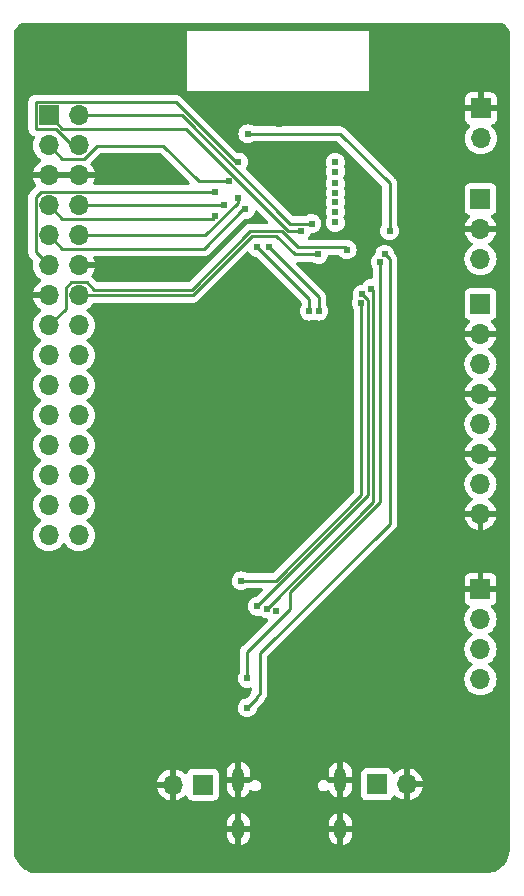
<source format=gbr>
%TF.GenerationSoftware,KiCad,Pcbnew,8.0.6*%
%TF.CreationDate,2024-12-02T04:17:18+07:00*%
%TF.ProjectId,PCB,5043422e-6b69-4636-9164-5f7063625858,rev?*%
%TF.SameCoordinates,Original*%
%TF.FileFunction,Copper,L4,Bot*%
%TF.FilePolarity,Positive*%
%FSLAX46Y46*%
G04 Gerber Fmt 4.6, Leading zero omitted, Abs format (unit mm)*
G04 Created by KiCad (PCBNEW 8.0.6) date 2024-12-02 04:17:18*
%MOMM*%
%LPD*%
G01*
G04 APERTURE LIST*
%TA.AperFunction,ComponentPad*%
%ADD10R,1.700000X1.700000*%
%TD*%
%TA.AperFunction,ComponentPad*%
%ADD11O,1.700000X1.700000*%
%TD*%
%TA.AperFunction,ComponentPad*%
%ADD12O,1.000000X1.800000*%
%TD*%
%TA.AperFunction,ComponentPad*%
%ADD13O,1.000000X2.100000*%
%TD*%
%TA.AperFunction,ViaPad*%
%ADD14C,0.604799*%
%TD*%
%TA.AperFunction,Conductor*%
%ADD15C,0.250000*%
%TD*%
G04 APERTURE END LIST*
D10*
%TO.P,U4,1,OUT*%
%TO.N,/GPIO46*%
X135500000Y-32920000D03*
D11*
%TO.P,U4,2,GND*%
%TO.N,GND*%
X135500000Y-35460000D03*
%TO.P,U4,3,Vs*%
%TO.N,+3V3*%
X135500000Y-38000000D03*
%TD*%
D10*
%TO.P,U3,1,GND*%
%TO.N,GND*%
X135500000Y-65960000D03*
D11*
%TO.P,U3,2,VCC_IN*%
%TO.N,+3V3*%
X135500000Y-68500000D03*
%TO.P,U3,3,SCL*%
%TO.N,/I2C_SDA*%
X135500000Y-71040000D03*
%TO.P,U3,4,SDA*%
%TO.N,/I2C_SCL*%
X135500000Y-73580000D03*
%TD*%
%TO.P,J5,30,Pin_30*%
%TO.N,+3V3*%
X101500000Y-61400000D03*
%TO.P,J5,29,Pin_29*%
%TO.N,/GPIO14*%
X98960000Y-61400000D03*
%TO.P,J5,28,Pin_28*%
%TO.N,/GPIO13*%
X101500000Y-58860000D03*
%TO.P,J5,27,Pin_27*%
%TO.N,/GPIO12*%
X98960000Y-58860000D03*
%TO.P,J5,26,Pin_26*%
%TO.N,/GPIO11*%
X101500000Y-56320000D03*
%TO.P,J5,25,Pin_25*%
%TO.N,/GPIO10*%
X98960000Y-56320000D03*
%TO.P,J5,24,Pin_24*%
%TO.N,/GPIO9*%
X101500000Y-53780000D03*
%TO.P,J5,23,Pin_23*%
%TO.N,/GPIO8*%
X98960000Y-53780000D03*
%TO.P,J5,22,Pin_22*%
%TO.N,/GPIO7*%
X101500000Y-51240000D03*
%TO.P,J5,21,Pin_21*%
%TO.N,/GPIO6*%
X98960000Y-51240000D03*
%TO.P,J5,20,Pin_20*%
%TO.N,/GPIO5*%
X101500000Y-48700000D03*
%TO.P,J5,19,Pin_19*%
%TO.N,/GPIO4*%
X98960000Y-48700000D03*
%TO.P,J5,18,Pin_18*%
%TO.N,/GPIO3*%
X101500000Y-46160000D03*
%TO.P,J5,17,Pin_17*%
%TO.N,/GPIO2*%
X98960000Y-46160000D03*
%TO.P,J5,16,Pin_16*%
%TO.N,/GPIO1*%
X101500000Y-43620000D03*
%TO.P,J5,15,Pin_15*%
%TO.N,/GPIO48*%
X98960000Y-43620000D03*
%TO.P,J5,14,Pin_14*%
%TO.N,/GPIO47*%
X101500000Y-41080000D03*
%TO.P,J5,13,Pin_13*%
%TO.N,GND*%
X98960000Y-41080000D03*
%TO.P,J5,12,Pin_12*%
X101500000Y-38540000D03*
%TO.P,J5,11,Pin_11*%
%TO.N,/GPIO42*%
X98960000Y-38540000D03*
%TO.P,J5,10,Pin_10*%
%TO.N,/GPIO41*%
X101500000Y-36000000D03*
%TO.P,J5,9,Pin_9*%
%TO.N,/GPIO40*%
X98960000Y-36000000D03*
%TO.P,J5,8,Pin_8*%
%TO.N,/GPIO39*%
X101500000Y-33460000D03*
%TO.P,J5,7,Pin_7*%
%TO.N,/GPIO38*%
X98960000Y-33460000D03*
%TO.P,J5,6,Pin_6*%
%TO.N,GND*%
X101500000Y-30920000D03*
%TO.P,J5,5,Pin_5*%
X98960000Y-30920000D03*
%TO.P,J5,4,Pin_4*%
%TO.N,/RXD*%
X101500000Y-28380000D03*
%TO.P,J5,3,Pin_3*%
%TO.N,/TXD*%
X98960000Y-28380000D03*
%TO.P,J5,2,Pin_2*%
%TO.N,/GPIO26*%
X101500000Y-25840000D03*
D10*
%TO.P,J5,1,Pin_1*%
%TO.N,/GPIO21*%
X98960000Y-25840000D03*
%TD*%
%TO.P,J2,1,Pin_1*%
%TO.N,VBUS*%
X112000000Y-82500000D03*
D11*
%TO.P,J2,2,Pin_2*%
%TO.N,GND*%
X109460000Y-82500000D03*
%TD*%
%TO.P,D3,2,A*%
%TO.N,Net-(D3-A)*%
X135525000Y-27790000D03*
D10*
%TO.P,D3,1,K*%
%TO.N,GND*%
X135525000Y-25250000D03*
%TD*%
%TO.P,J4,1,Pin_1*%
%TO.N,VBAT*%
X126750000Y-82475000D03*
D11*
%TO.P,J4,2,Pin_2*%
%TO.N,GND*%
X129290000Y-82475000D03*
%TD*%
D12*
%TO.P,JUSB1,S1,SHIELD*%
%TO.N,GND*%
X123640000Y-86255000D03*
D13*
X123640000Y-82075000D03*
D12*
X115000000Y-86255000D03*
D13*
X115000000Y-82075000D03*
%TD*%
D10*
%TO.P,J1,1,Pin_1*%
%TO.N,+3V3*%
X135500000Y-41800000D03*
D11*
%TO.P,J1,2,Pin_2*%
%TO.N,GND*%
X135500000Y-44340000D03*
%TO.P,J1,3,Pin_3*%
%TO.N,+3V3*%
X135500000Y-46880000D03*
%TO.P,J1,4,Pin_4*%
%TO.N,GND*%
X135500000Y-49420000D03*
%TO.P,J1,5,Pin_5*%
%TO.N,+3V3*%
X135500000Y-51960000D03*
%TO.P,J1,6,Pin_6*%
%TO.N,GND*%
X135500000Y-54500000D03*
%TO.P,J1,7,Pin_7*%
%TO.N,+3V3*%
X135500000Y-57040000D03*
%TO.P,J1,8,Pin_8*%
%TO.N,GND*%
X135500000Y-59580000D03*
%TD*%
D14*
%TO.N,GND*%
X118400000Y-26600000D03*
%TO.N,/GPIO41*%
X115000000Y-32800000D03*
%TO.N,/GPIO42*%
X123200000Y-31600000D03*
%TO.N,/GPIO38*%
X113000001Y-34400001D03*
%TO.N,/GPIO40*%
X115600000Y-33800000D03*
%TO.N,/GPIO39*%
X113800000Y-33460000D03*
%TO.N,/GPIO42*%
X113000000Y-32335140D03*
%TO.N,GND*%
X111400000Y-42600000D03*
%TO.N,/RXD*%
X115008184Y-29791816D03*
%TO.N,/TXD*%
X114191816Y-31408184D03*
%TO.N,GND*%
X106600000Y-69800000D03*
X111200000Y-59200000D03*
X131000000Y-47600000D03*
X131000000Y-55800000D03*
X116600000Y-49000000D03*
X117400000Y-63200000D03*
X121000000Y-74800000D03*
X111800000Y-75200000D03*
%TO.N,/GPIO38*%
X123200000Y-34900000D03*
%TO.N,/GPIO39*%
X123200000Y-34000000D03*
%TO.N,/GPIO40*%
X123200000Y-33200000D03*
%TO.N,/GPIO41*%
X123200000Y-32400000D03*
%TO.N,/TXD*%
X123200000Y-30600000D03*
%TO.N,/RXD*%
X123200000Y-29800000D03*
%TO.N,+3V3*%
X127800000Y-35600000D03*
%TO.N,/GPIO47*%
X121777259Y-37600000D03*
%TO.N,/GPIO48*%
X124200000Y-37200000D03*
%TO.N,+3V3*%
X115800000Y-27400000D03*
%TO.N,/GPIO21*%
X120335940Y-35600000D03*
%TO.N,/GPIO26*%
X121200000Y-35000000D03*
%TO.N,GND*%
X118200000Y-67800000D03*
%TO.N,/I2C_SDA*%
X117600000Y-37000000D03*
%TO.N,/I2C_SCL*%
X116600000Y-37000000D03*
%TO.N,GND*%
X124400000Y-39800000D03*
%TO.N,/GPIO33*%
X125422670Y-41750688D03*
X115250000Y-65250000D03*
%TO.N,/GPIO35*%
X126250000Y-40500000D03*
X117400000Y-67600000D03*
%TO.N,/GPIO36*%
X127000000Y-38250000D03*
%TO.N,/GPIO37*%
X127400000Y-37600000D03*
%TO.N,/GPIO36*%
X115750000Y-73500000D03*
%TO.N,/GPIO37*%
X115750000Y-76000000D03*
%TO.N,/I2C_SCL*%
X121000000Y-42400000D03*
%TO.N,/I2C_SDA*%
X121800000Y-42400000D03*
%TO.N,/GPIO34*%
X116600000Y-67400000D03*
X125500000Y-41000000D03*
%TD*%
D15*
%TO.N,/GPIO34*%
X125999930Y-41499930D02*
X125500000Y-41000000D01*
X125999930Y-58000070D02*
X125999930Y-41499930D01*
X116600000Y-67400000D02*
X125999930Y-58000070D01*
%TO.N,/GPIO35*%
X126399790Y-40649790D02*
X126250000Y-40500000D01*
X126399790Y-58600210D02*
X126399790Y-40649790D01*
X117400000Y-67600000D02*
X126399790Y-58600210D01*
%TO.N,/GPIO41*%
X115000000Y-32800000D02*
X115000000Y-33216370D01*
X115000000Y-33216370D02*
X112216370Y-36000000D01*
X112216370Y-36000000D02*
X101500000Y-36000000D01*
%TO.N,/GPIO40*%
X100084860Y-37124860D02*
X98960000Y-36000000D01*
X115400000Y-33800000D02*
X112075140Y-37124860D01*
X115600000Y-33800000D02*
X115400000Y-33800000D01*
X112075140Y-37124860D02*
X100084860Y-37124860D01*
%TO.N,/GPIO39*%
X113800000Y-33460000D02*
X101500000Y-33460000D01*
%TO.N,/GPIO38*%
X100084860Y-34584860D02*
X98960000Y-33460000D01*
X113000001Y-34400001D02*
X112815142Y-34584860D01*
X112815142Y-34584860D02*
X100084860Y-34584860D01*
%TO.N,/GPIO42*%
X97835140Y-37415140D02*
X98960000Y-38540000D01*
X97835140Y-32764860D02*
X97835140Y-37415140D01*
X98264860Y-32335140D02*
X97835140Y-32764860D01*
X113000000Y-32335140D02*
X98264860Y-32335140D01*
%TO.N,/TXD*%
X100084860Y-29504860D02*
X98960000Y-28380000D01*
X101965933Y-29504860D02*
X100084860Y-29504860D01*
X103070793Y-28400000D02*
X101965933Y-29504860D01*
X111653605Y-31408184D02*
X108645421Y-28400000D01*
X114191816Y-31408184D02*
X111653605Y-31408184D01*
X108645421Y-28400000D02*
X103070793Y-28400000D01*
%TO.N,/RXD*%
X100934513Y-28380000D02*
X101500000Y-28380000D01*
X99519373Y-26964860D02*
X100934513Y-28380000D01*
X97835140Y-26964860D02*
X99519373Y-26964860D01*
X97835140Y-24715140D02*
X97835140Y-26964860D01*
X114757304Y-29791816D02*
X109680628Y-24715140D01*
X109680628Y-24715140D02*
X97835140Y-24715140D01*
X115008184Y-29791816D02*
X114757304Y-29791816D01*
%TO.N,+3V3*%
X127800000Y-31600000D02*
X127800000Y-35600000D01*
X123600000Y-27400000D02*
X127800000Y-31600000D01*
X115800000Y-27400000D02*
X123600000Y-27400000D01*
%TO.N,/GPIO48*%
X100375140Y-42204860D02*
X98960000Y-43620000D01*
X100375140Y-40424860D02*
X100375140Y-42204860D01*
X100844860Y-39955140D02*
X100375140Y-40424860D01*
X102155140Y-39955140D02*
X100844860Y-39955140D01*
X102800000Y-40600000D02*
X102155140Y-39955140D01*
X116011491Y-35623021D02*
X111034512Y-40600000D01*
X120034512Y-37000000D02*
X118657533Y-35623021D01*
X124000000Y-37000000D02*
X120034512Y-37000000D01*
X111034512Y-40600000D02*
X102800000Y-40600000D01*
X124200000Y-37200000D02*
X124000000Y-37000000D01*
X118657533Y-35623021D02*
X116011491Y-35623021D01*
%TO.N,/GPIO47*%
X116177119Y-36022881D02*
X111120000Y-41080000D01*
X111120000Y-41080000D02*
X101500000Y-41080000D01*
X119800000Y-37600000D02*
X118222881Y-36022881D01*
X118222881Y-36022881D02*
X116177119Y-36022881D01*
X121777259Y-37600000D02*
X119800000Y-37600000D01*
%TO.N,/GPIO26*%
X119400000Y-35000000D02*
X110240000Y-25840000D01*
X110240000Y-25840000D02*
X101500000Y-25840000D01*
X121200000Y-35000000D02*
X119400000Y-35000000D01*
%TO.N,/I2C_SDA*%
X121800000Y-41200000D02*
X117600000Y-37000000D01*
X121800000Y-42400000D02*
X121800000Y-41200000D01*
%TO.N,/GPIO36*%
X127000000Y-58565488D02*
X127000000Y-38250000D01*
X115750000Y-71250000D02*
X119400000Y-67600000D01*
X115750000Y-73500000D02*
X115750000Y-71250000D01*
X119400000Y-67600000D02*
X119400000Y-66165488D01*
X119400000Y-66165488D02*
X127000000Y-58565488D01*
%TO.N,/GPIO37*%
X116800000Y-71400000D02*
X127800000Y-60400000D01*
X127800000Y-60400000D02*
X127800000Y-38000000D01*
X116800000Y-74800000D02*
X116800000Y-71400000D01*
X127800000Y-38000000D02*
X127400000Y-37600000D01*
X116600000Y-75150000D02*
X116600000Y-75000000D01*
X116600000Y-75000000D02*
X116800000Y-74800000D01*
X115750000Y-76000000D02*
X116600000Y-75150000D01*
%TO.N,/GPIO33*%
X125422670Y-57977330D02*
X125422670Y-41750688D01*
X118150000Y-65250000D02*
X125422670Y-57977330D01*
X115250000Y-65250000D02*
X118150000Y-65250000D01*
%TO.N,/GPIO21*%
X100084860Y-26964860D02*
X98960000Y-25840000D01*
X110564860Y-26964860D02*
X100084860Y-26964860D01*
X120335940Y-35600000D02*
X119200000Y-35600000D01*
X119200000Y-35600000D02*
X110564860Y-26964860D01*
%TO.N,/I2C_SCL*%
X121000000Y-42400000D02*
X121000000Y-41400000D01*
X121000000Y-41400000D02*
X116600000Y-37000000D01*
%TD*%
%TA.AperFunction,Conductor*%
%TO.N,GND*%
G36*
X116600929Y-33885519D02*
G01*
X117501250Y-34785840D01*
X117534735Y-34847163D01*
X117529751Y-34916855D01*
X117487879Y-34972788D01*
X117422415Y-34997205D01*
X117413569Y-34997521D01*
X115949880Y-34997521D01*
X115889462Y-35009539D01*
X115846234Y-35018137D01*
X115829037Y-35021558D01*
X115715207Y-35068708D01*
X115715198Y-35068713D01*
X115612759Y-35137161D01*
X115570132Y-35179789D01*
X115525633Y-35224288D01*
X115525630Y-35224291D01*
X113152324Y-37597598D01*
X110811741Y-39938181D01*
X110750418Y-39971666D01*
X110724060Y-39974500D01*
X103110452Y-39974500D01*
X103043413Y-39954815D01*
X103022771Y-39938181D01*
X102645338Y-39560748D01*
X102645318Y-39560726D01*
X102594205Y-39509614D01*
X102560719Y-39448291D01*
X102565703Y-39378600D01*
X102580311Y-39350808D01*
X102673595Y-39217585D01*
X102673599Y-39217579D01*
X102773429Y-39003492D01*
X102773432Y-39003486D01*
X102830636Y-38790000D01*
X101933012Y-38790000D01*
X101965925Y-38732993D01*
X102000000Y-38605826D01*
X102000000Y-38474174D01*
X101965925Y-38347007D01*
X101933012Y-38290000D01*
X102830636Y-38290000D01*
X102830635Y-38289999D01*
X102773432Y-38076513D01*
X102773429Y-38076507D01*
X102703604Y-37926765D01*
X102693112Y-37857687D01*
X102721632Y-37793903D01*
X102780108Y-37755664D01*
X102815986Y-37750360D01*
X112136747Y-37750360D01*
X112197169Y-37738341D01*
X112257592Y-37726323D01*
X112293556Y-37711426D01*
X112371426Y-37679172D01*
X112422649Y-37644944D01*
X112473873Y-37610718D01*
X112560998Y-37523593D01*
X112560999Y-37523591D01*
X112568065Y-37516525D01*
X112568068Y-37516521D01*
X115446881Y-34637707D01*
X115508202Y-34604224D01*
X115548444Y-34602170D01*
X115599998Y-34607979D01*
X115600000Y-34607979D01*
X115600003Y-34607979D01*
X115779789Y-34587722D01*
X115779792Y-34587721D01*
X115950569Y-34527964D01*
X116103767Y-34431703D01*
X116231703Y-34303767D01*
X116327964Y-34150569D01*
X116387721Y-33979792D01*
X116390027Y-33959317D01*
X116417092Y-33894905D01*
X116474686Y-33855349D01*
X116544523Y-33853209D01*
X116600929Y-33885519D01*
G37*
%TD.AperFunction*%
%TA.AperFunction,Conductor*%
G36*
X108402008Y-29045185D02*
G01*
X108422650Y-29061819D01*
X110858789Y-31497959D01*
X110892274Y-31559282D01*
X110887290Y-31628974D01*
X110845418Y-31684907D01*
X110779954Y-31709324D01*
X110771108Y-31709640D01*
X102815986Y-31709640D01*
X102748947Y-31689955D01*
X102703192Y-31637151D01*
X102693248Y-31567993D01*
X102703604Y-31533235D01*
X102773429Y-31383492D01*
X102773432Y-31383486D01*
X102830636Y-31170000D01*
X101933012Y-31170000D01*
X101965925Y-31112993D01*
X102000000Y-30985826D01*
X102000000Y-30854174D01*
X101965925Y-30727007D01*
X101933012Y-30670000D01*
X102830636Y-30670000D01*
X102830635Y-30669999D01*
X102773432Y-30456513D01*
X102773429Y-30456507D01*
X102673600Y-30242422D01*
X102673599Y-30242420D01*
X102538113Y-30048926D01*
X102538108Y-30048920D01*
X102509966Y-30020778D01*
X102476481Y-29959455D01*
X102481465Y-29889763D01*
X102509966Y-29845416D01*
X103293564Y-29061819D01*
X103354887Y-29028334D01*
X103381245Y-29025500D01*
X108334969Y-29025500D01*
X108402008Y-29045185D01*
G37*
%TD.AperFunction*%
%TA.AperFunction,Conductor*%
G36*
X101034075Y-30727007D02*
G01*
X101000000Y-30854174D01*
X101000000Y-30985826D01*
X101034075Y-31112993D01*
X101066988Y-31170000D01*
X99393012Y-31170000D01*
X99425925Y-31112993D01*
X99460000Y-30985826D01*
X99460000Y-30854174D01*
X99425925Y-30727007D01*
X99393012Y-30670000D01*
X101066988Y-30670000D01*
X101034075Y-30727007D01*
G37*
%TD.AperFunction*%
%TA.AperFunction,Conductor*%
G36*
X137001509Y-18000037D02*
G01*
X137007232Y-18000177D01*
X137087583Y-18002145D01*
X137108728Y-18004490D01*
X137279013Y-18038362D01*
X137302261Y-18045413D01*
X137461257Y-18111272D01*
X137482692Y-18122730D01*
X137625775Y-18218335D01*
X137644565Y-18233756D01*
X137766243Y-18355434D01*
X137781664Y-18374224D01*
X137877269Y-18517307D01*
X137888728Y-18538745D01*
X137954583Y-18697731D01*
X137961639Y-18720993D01*
X137995508Y-18891266D01*
X137997854Y-18912420D01*
X137999962Y-18998476D01*
X137999999Y-19001539D01*
X137985786Y-87984753D01*
X137985768Y-87986834D01*
X137983491Y-88120845D01*
X137982247Y-88136384D01*
X137943957Y-88402709D01*
X137940196Y-88419997D01*
X137864695Y-88677136D01*
X137858513Y-88693713D01*
X137747177Y-88937507D01*
X137738697Y-88953035D01*
X137593811Y-89178482D01*
X137583209Y-89192646D01*
X137407702Y-89395192D01*
X137395192Y-89407702D01*
X137192646Y-89583209D01*
X137178482Y-89593811D01*
X136953035Y-89738697D01*
X136937507Y-89747177D01*
X136693713Y-89858513D01*
X136677136Y-89864695D01*
X136419997Y-89940196D01*
X136402709Y-89943957D01*
X136136384Y-89982247D01*
X136120844Y-89983491D01*
X135986823Y-89985768D01*
X135984763Y-89985786D01*
X98001071Y-89999998D01*
X97998918Y-89999980D01*
X97864942Y-89997703D01*
X97849402Y-89996459D01*
X97583078Y-89958168D01*
X97565790Y-89954407D01*
X97308644Y-89878902D01*
X97292068Y-89872719D01*
X97048287Y-89761388D01*
X97032764Y-89752912D01*
X96807292Y-89608011D01*
X96793149Y-89597423D01*
X96590598Y-89421911D01*
X96578088Y-89409401D01*
X96544686Y-89370853D01*
X96402574Y-89206848D01*
X96391990Y-89192709D01*
X96247083Y-88967230D01*
X96238611Y-88951712D01*
X96127280Y-88707931D01*
X96121097Y-88691355D01*
X96045592Y-88434209D01*
X96041831Y-88416921D01*
X96003540Y-88150597D01*
X96002296Y-88135058D01*
X96002187Y-88128655D01*
X96000016Y-88000939D01*
X96000000Y-87999068D01*
X96000000Y-85756504D01*
X114000000Y-85756504D01*
X114000000Y-86005000D01*
X114700000Y-86005000D01*
X114700000Y-86505000D01*
X114000000Y-86505000D01*
X114000000Y-86753495D01*
X114038427Y-86946681D01*
X114038430Y-86946693D01*
X114113807Y-87128671D01*
X114113814Y-87128684D01*
X114223248Y-87292462D01*
X114223251Y-87292466D01*
X114362533Y-87431748D01*
X114362537Y-87431751D01*
X114526315Y-87541185D01*
X114526328Y-87541192D01*
X114708308Y-87616569D01*
X114750000Y-87624862D01*
X114750000Y-86821988D01*
X114759940Y-86839205D01*
X114815795Y-86895060D01*
X114884204Y-86934556D01*
X114960504Y-86955000D01*
X115039496Y-86955000D01*
X115115796Y-86934556D01*
X115184205Y-86895060D01*
X115240060Y-86839205D01*
X115250000Y-86821988D01*
X115250000Y-87624862D01*
X115291690Y-87616569D01*
X115291692Y-87616569D01*
X115473671Y-87541192D01*
X115473684Y-87541185D01*
X115637462Y-87431751D01*
X115637466Y-87431748D01*
X115776748Y-87292466D01*
X115776751Y-87292462D01*
X115886185Y-87128684D01*
X115886192Y-87128671D01*
X115961569Y-86946693D01*
X115961572Y-86946681D01*
X115999999Y-86753495D01*
X116000000Y-86753492D01*
X116000000Y-86505000D01*
X115300000Y-86505000D01*
X115300000Y-86005000D01*
X116000000Y-86005000D01*
X116000000Y-85756508D01*
X115999999Y-85756504D01*
X122640000Y-85756504D01*
X122640000Y-86005000D01*
X123340000Y-86005000D01*
X123340000Y-86505000D01*
X122640000Y-86505000D01*
X122640000Y-86753495D01*
X122678427Y-86946681D01*
X122678430Y-86946693D01*
X122753807Y-87128671D01*
X122753814Y-87128684D01*
X122863248Y-87292462D01*
X122863251Y-87292466D01*
X123002533Y-87431748D01*
X123002537Y-87431751D01*
X123166315Y-87541185D01*
X123166328Y-87541192D01*
X123348308Y-87616569D01*
X123390000Y-87624862D01*
X123390000Y-86821988D01*
X123399940Y-86839205D01*
X123455795Y-86895060D01*
X123524204Y-86934556D01*
X123600504Y-86955000D01*
X123679496Y-86955000D01*
X123755796Y-86934556D01*
X123824205Y-86895060D01*
X123880060Y-86839205D01*
X123890000Y-86821988D01*
X123890000Y-87624862D01*
X123931690Y-87616569D01*
X123931692Y-87616569D01*
X124113671Y-87541192D01*
X124113684Y-87541185D01*
X124277462Y-87431751D01*
X124277466Y-87431748D01*
X124416748Y-87292466D01*
X124416751Y-87292462D01*
X124526185Y-87128684D01*
X124526192Y-87128671D01*
X124601569Y-86946693D01*
X124601572Y-86946681D01*
X124639999Y-86753495D01*
X124640000Y-86753492D01*
X124640000Y-86505000D01*
X123940000Y-86505000D01*
X123940000Y-86005000D01*
X124640000Y-86005000D01*
X124640000Y-85756508D01*
X124639999Y-85756504D01*
X124601572Y-85563318D01*
X124601569Y-85563306D01*
X124526192Y-85381328D01*
X124526185Y-85381315D01*
X124416751Y-85217537D01*
X124416748Y-85217533D01*
X124277466Y-85078251D01*
X124277462Y-85078248D01*
X124113684Y-84968814D01*
X124113671Y-84968807D01*
X123931691Y-84893429D01*
X123931683Y-84893427D01*
X123890000Y-84885135D01*
X123890000Y-85688011D01*
X123880060Y-85670795D01*
X123824205Y-85614940D01*
X123755796Y-85575444D01*
X123679496Y-85555000D01*
X123600504Y-85555000D01*
X123524204Y-85575444D01*
X123455795Y-85614940D01*
X123399940Y-85670795D01*
X123390000Y-85688011D01*
X123390000Y-84885136D01*
X123389999Y-84885135D01*
X123348316Y-84893427D01*
X123348308Y-84893429D01*
X123166328Y-84968807D01*
X123166315Y-84968814D01*
X123002537Y-85078248D01*
X123002533Y-85078251D01*
X122863251Y-85217533D01*
X122863248Y-85217537D01*
X122753814Y-85381315D01*
X122753807Y-85381328D01*
X122678430Y-85563306D01*
X122678427Y-85563318D01*
X122640000Y-85756504D01*
X115999999Y-85756504D01*
X115961572Y-85563318D01*
X115961569Y-85563306D01*
X115886192Y-85381328D01*
X115886185Y-85381315D01*
X115776751Y-85217537D01*
X115776748Y-85217533D01*
X115637466Y-85078251D01*
X115637462Y-85078248D01*
X115473684Y-84968814D01*
X115473671Y-84968807D01*
X115291691Y-84893429D01*
X115291683Y-84893427D01*
X115250000Y-84885135D01*
X115250000Y-85688011D01*
X115240060Y-85670795D01*
X115184205Y-85614940D01*
X115115796Y-85575444D01*
X115039496Y-85555000D01*
X114960504Y-85555000D01*
X114884204Y-85575444D01*
X114815795Y-85614940D01*
X114759940Y-85670795D01*
X114750000Y-85688011D01*
X114750000Y-84885136D01*
X114749999Y-84885135D01*
X114708316Y-84893427D01*
X114708308Y-84893429D01*
X114526328Y-84968807D01*
X114526315Y-84968814D01*
X114362537Y-85078248D01*
X114362533Y-85078251D01*
X114223251Y-85217533D01*
X114223248Y-85217537D01*
X114113814Y-85381315D01*
X114113807Y-85381328D01*
X114038430Y-85563306D01*
X114038427Y-85563318D01*
X114000000Y-85756504D01*
X96000000Y-85756504D01*
X96000000Y-82249999D01*
X108129364Y-82249999D01*
X108129364Y-82250000D01*
X109026988Y-82250000D01*
X108994075Y-82307007D01*
X108960000Y-82434174D01*
X108960000Y-82565826D01*
X108994075Y-82692993D01*
X109026988Y-82750000D01*
X108129364Y-82750000D01*
X108186567Y-82963486D01*
X108186570Y-82963492D01*
X108286399Y-83177578D01*
X108421894Y-83371082D01*
X108588917Y-83538105D01*
X108782421Y-83673600D01*
X108996507Y-83773429D01*
X108996516Y-83773433D01*
X109210000Y-83830634D01*
X109210000Y-82933012D01*
X109267007Y-82965925D01*
X109394174Y-83000000D01*
X109525826Y-83000000D01*
X109652993Y-82965925D01*
X109710000Y-82933012D01*
X109710000Y-83830633D01*
X109923483Y-83773433D01*
X109923492Y-83773429D01*
X110137578Y-83673600D01*
X110331078Y-83538108D01*
X110453133Y-83416053D01*
X110514456Y-83382568D01*
X110584148Y-83387552D01*
X110640082Y-83429423D01*
X110656997Y-83460401D01*
X110706202Y-83592328D01*
X110706206Y-83592335D01*
X110792452Y-83707544D01*
X110792455Y-83707547D01*
X110907664Y-83793793D01*
X110907671Y-83793797D01*
X111042517Y-83844091D01*
X111042516Y-83844091D01*
X111049444Y-83844835D01*
X111102127Y-83850500D01*
X112897872Y-83850499D01*
X112957483Y-83844091D01*
X113092331Y-83793796D01*
X113207546Y-83707546D01*
X113293796Y-83592331D01*
X113344091Y-83457483D01*
X113350500Y-83397873D01*
X113350499Y-81602128D01*
X113344091Y-81542517D01*
X113343002Y-81539598D01*
X113300821Y-81426504D01*
X114000000Y-81426504D01*
X114000000Y-81825000D01*
X114700000Y-81825000D01*
X114700000Y-82325000D01*
X114000000Y-82325000D01*
X114000000Y-82723495D01*
X114038427Y-82916681D01*
X114038430Y-82916693D01*
X114113807Y-83098671D01*
X114113814Y-83098684D01*
X114223248Y-83262462D01*
X114223251Y-83262466D01*
X114362533Y-83401748D01*
X114362537Y-83401751D01*
X114526315Y-83511185D01*
X114526328Y-83511192D01*
X114708308Y-83586569D01*
X114750000Y-83594862D01*
X114750000Y-82791988D01*
X114759940Y-82809205D01*
X114815795Y-82865060D01*
X114884204Y-82904556D01*
X114960504Y-82925000D01*
X115039496Y-82925000D01*
X115115796Y-82904556D01*
X115184205Y-82865060D01*
X115240060Y-82809205D01*
X115250000Y-82791988D01*
X115250000Y-83594862D01*
X115291690Y-83586569D01*
X115291692Y-83586569D01*
X115473671Y-83511192D01*
X115473684Y-83511185D01*
X115637462Y-83401751D01*
X115637466Y-83401748D01*
X115776748Y-83262466D01*
X115776751Y-83262462D01*
X115886185Y-83098684D01*
X115886191Y-83098672D01*
X115929878Y-82993202D01*
X115973718Y-82938798D01*
X116040012Y-82916733D01*
X116107712Y-82934012D01*
X116132120Y-82952973D01*
X116136562Y-82957415D01*
X116245537Y-83020332D01*
X116367083Y-83052900D01*
X116367085Y-83052900D01*
X116492915Y-83052900D01*
X116492917Y-83052900D01*
X116614463Y-83020332D01*
X116723438Y-82957415D01*
X116812415Y-82868438D01*
X116875332Y-82759463D01*
X116907900Y-82637917D01*
X116907900Y-82512083D01*
X121732100Y-82512083D01*
X121732100Y-82637916D01*
X121764668Y-82759464D01*
X121792118Y-82807007D01*
X121827585Y-82868438D01*
X121916562Y-82957415D01*
X122025537Y-83020332D01*
X122147083Y-83052900D01*
X122147085Y-83052900D01*
X122272915Y-83052900D01*
X122272917Y-83052900D01*
X122394463Y-83020332D01*
X122503438Y-82957415D01*
X122507878Y-82952974D01*
X122569196Y-82919489D01*
X122638888Y-82924470D01*
X122694823Y-82966339D01*
X122710121Y-82993201D01*
X122753809Y-83098675D01*
X122753814Y-83098684D01*
X122863248Y-83262462D01*
X122863251Y-83262466D01*
X123002533Y-83401748D01*
X123002537Y-83401751D01*
X123166315Y-83511185D01*
X123166328Y-83511192D01*
X123348308Y-83586569D01*
X123390000Y-83594862D01*
X123390000Y-82791988D01*
X123399940Y-82809205D01*
X123455795Y-82865060D01*
X123524204Y-82904556D01*
X123600504Y-82925000D01*
X123679496Y-82925000D01*
X123755796Y-82904556D01*
X123824205Y-82865060D01*
X123880060Y-82809205D01*
X123890000Y-82791988D01*
X123890000Y-83594862D01*
X123931690Y-83586569D01*
X123931692Y-83586569D01*
X124113671Y-83511192D01*
X124113684Y-83511185D01*
X124277462Y-83401751D01*
X124277466Y-83401748D01*
X124416748Y-83262466D01*
X124416751Y-83262462D01*
X124526185Y-83098684D01*
X124526192Y-83098671D01*
X124601569Y-82916693D01*
X124601572Y-82916681D01*
X124639999Y-82723495D01*
X124640000Y-82723492D01*
X124640000Y-82325000D01*
X123940000Y-82325000D01*
X123940000Y-81825000D01*
X124640000Y-81825000D01*
X124640000Y-81577135D01*
X125399500Y-81577135D01*
X125399500Y-83372870D01*
X125399501Y-83372876D01*
X125405908Y-83432483D01*
X125456202Y-83567328D01*
X125456206Y-83567335D01*
X125542452Y-83682544D01*
X125542455Y-83682547D01*
X125657664Y-83768793D01*
X125657671Y-83768797D01*
X125792517Y-83819091D01*
X125792516Y-83819091D01*
X125799444Y-83819835D01*
X125852127Y-83825500D01*
X127647872Y-83825499D01*
X127707483Y-83819091D01*
X127842331Y-83768796D01*
X127957546Y-83682546D01*
X128043796Y-83567331D01*
X128054696Y-83538108D01*
X128083678Y-83460401D01*
X128093002Y-83435401D01*
X128134872Y-83379468D01*
X128200337Y-83355050D01*
X128268610Y-83369901D01*
X128296865Y-83391053D01*
X128418917Y-83513105D01*
X128612421Y-83648600D01*
X128826507Y-83748429D01*
X128826516Y-83748433D01*
X129040000Y-83805634D01*
X129040000Y-82908012D01*
X129097007Y-82940925D01*
X129224174Y-82975000D01*
X129355826Y-82975000D01*
X129482993Y-82940925D01*
X129540000Y-82908012D01*
X129540000Y-83805633D01*
X129753483Y-83748433D01*
X129753492Y-83748429D01*
X129967578Y-83648600D01*
X130161082Y-83513105D01*
X130328105Y-83346082D01*
X130463600Y-83152578D01*
X130563429Y-82938492D01*
X130563432Y-82938486D01*
X130620636Y-82725000D01*
X129723012Y-82725000D01*
X129755925Y-82667993D01*
X129790000Y-82540826D01*
X129790000Y-82409174D01*
X129755925Y-82282007D01*
X129723012Y-82225000D01*
X130620636Y-82225000D01*
X130620635Y-82224999D01*
X130563432Y-82011513D01*
X130563429Y-82011507D01*
X130463600Y-81797422D01*
X130463599Y-81797420D01*
X130328113Y-81603926D01*
X130328108Y-81603920D01*
X130161082Y-81436894D01*
X129967578Y-81301399D01*
X129753492Y-81201570D01*
X129753486Y-81201567D01*
X129540000Y-81144364D01*
X129540000Y-82041988D01*
X129482993Y-82009075D01*
X129355826Y-81975000D01*
X129224174Y-81975000D01*
X129097007Y-82009075D01*
X129040000Y-82041988D01*
X129040000Y-81144364D01*
X129039999Y-81144364D01*
X128826513Y-81201567D01*
X128826507Y-81201570D01*
X128612422Y-81301399D01*
X128612420Y-81301400D01*
X128418926Y-81436886D01*
X128296865Y-81558947D01*
X128235542Y-81592431D01*
X128165850Y-81587447D01*
X128109917Y-81545575D01*
X128093002Y-81514598D01*
X128043797Y-81382671D01*
X128043793Y-81382664D01*
X127957547Y-81267455D01*
X127957544Y-81267452D01*
X127842335Y-81181206D01*
X127842328Y-81181202D01*
X127707482Y-81130908D01*
X127707483Y-81130908D01*
X127647883Y-81124501D01*
X127647881Y-81124500D01*
X127647873Y-81124500D01*
X127647864Y-81124500D01*
X125852129Y-81124500D01*
X125852123Y-81124501D01*
X125792516Y-81130908D01*
X125657671Y-81181202D01*
X125657664Y-81181206D01*
X125542455Y-81267452D01*
X125542452Y-81267455D01*
X125456206Y-81382664D01*
X125456202Y-81382671D01*
X125405908Y-81517517D01*
X125399501Y-81577116D01*
X125399500Y-81577135D01*
X124640000Y-81577135D01*
X124640000Y-81426508D01*
X124639999Y-81426504D01*
X124601572Y-81233318D01*
X124601569Y-81233306D01*
X124526192Y-81051328D01*
X124526185Y-81051315D01*
X124416751Y-80887537D01*
X124416748Y-80887533D01*
X124277466Y-80748251D01*
X124277462Y-80748248D01*
X124113684Y-80638814D01*
X124113671Y-80638807D01*
X123931691Y-80563429D01*
X123931683Y-80563427D01*
X123890000Y-80555135D01*
X123890000Y-81358011D01*
X123880060Y-81340795D01*
X123824205Y-81284940D01*
X123755796Y-81245444D01*
X123679496Y-81225000D01*
X123600504Y-81225000D01*
X123524204Y-81245444D01*
X123455795Y-81284940D01*
X123399940Y-81340795D01*
X123390000Y-81358011D01*
X123390000Y-80555136D01*
X123389999Y-80555135D01*
X123348316Y-80563427D01*
X123348308Y-80563429D01*
X123166328Y-80638807D01*
X123166315Y-80638814D01*
X123002537Y-80748248D01*
X123002533Y-80748251D01*
X122863251Y-80887533D01*
X122863248Y-80887537D01*
X122753814Y-81051315D01*
X122753807Y-81051328D01*
X122678430Y-81233306D01*
X122678427Y-81233318D01*
X122640000Y-81426504D01*
X122640000Y-81825000D01*
X123340000Y-81825000D01*
X123340000Y-82325000D01*
X122686896Y-82325000D01*
X122619857Y-82305315D01*
X122599177Y-82286293D01*
X122598162Y-82287309D01*
X122503440Y-82192587D01*
X122503438Y-82192585D01*
X122448950Y-82161126D01*
X122394464Y-82129668D01*
X122333690Y-82113384D01*
X122272917Y-82097100D01*
X122147083Y-82097100D01*
X122025535Y-82129668D01*
X121916562Y-82192585D01*
X121916559Y-82192587D01*
X121827587Y-82281559D01*
X121827585Y-82281562D01*
X121764668Y-82390535D01*
X121732100Y-82512083D01*
X116907900Y-82512083D01*
X116875332Y-82390537D01*
X116812415Y-82281562D01*
X116723438Y-82192585D01*
X116668950Y-82161126D01*
X116614464Y-82129668D01*
X116553690Y-82113384D01*
X116492917Y-82097100D01*
X116367083Y-82097100D01*
X116245535Y-82129668D01*
X116136562Y-82192585D01*
X116136559Y-82192587D01*
X116041838Y-82287309D01*
X116039653Y-82285124D01*
X115995040Y-82317694D01*
X115953104Y-82325000D01*
X115300000Y-82325000D01*
X115300000Y-81825000D01*
X116000000Y-81825000D01*
X116000000Y-81426508D01*
X115999999Y-81426504D01*
X115961572Y-81233318D01*
X115961569Y-81233306D01*
X115886192Y-81051328D01*
X115886185Y-81051315D01*
X115776751Y-80887537D01*
X115776748Y-80887533D01*
X115637466Y-80748251D01*
X115637462Y-80748248D01*
X115473684Y-80638814D01*
X115473671Y-80638807D01*
X115291691Y-80563429D01*
X115291683Y-80563427D01*
X115250000Y-80555135D01*
X115250000Y-81358011D01*
X115240060Y-81340795D01*
X115184205Y-81284940D01*
X115115796Y-81245444D01*
X115039496Y-81225000D01*
X114960504Y-81225000D01*
X114884204Y-81245444D01*
X114815795Y-81284940D01*
X114759940Y-81340795D01*
X114750000Y-81358011D01*
X114750000Y-80555136D01*
X114749999Y-80555135D01*
X114708316Y-80563427D01*
X114708308Y-80563429D01*
X114526328Y-80638807D01*
X114526315Y-80638814D01*
X114362537Y-80748248D01*
X114362533Y-80748251D01*
X114223251Y-80887533D01*
X114223248Y-80887537D01*
X114113814Y-81051315D01*
X114113807Y-81051328D01*
X114038430Y-81233306D01*
X114038427Y-81233318D01*
X114000000Y-81426504D01*
X113300821Y-81426504D01*
X113293797Y-81407671D01*
X113293793Y-81407664D01*
X113207547Y-81292455D01*
X113207544Y-81292452D01*
X113092335Y-81206206D01*
X113092328Y-81206202D01*
X112957482Y-81155908D01*
X112957483Y-81155908D01*
X112897883Y-81149501D01*
X112897881Y-81149500D01*
X112897873Y-81149500D01*
X112897864Y-81149500D01*
X111102129Y-81149500D01*
X111102123Y-81149501D01*
X111042516Y-81155908D01*
X110907671Y-81206202D01*
X110907664Y-81206206D01*
X110792455Y-81292452D01*
X110792452Y-81292455D01*
X110706206Y-81407664D01*
X110706202Y-81407671D01*
X110656997Y-81539598D01*
X110615126Y-81595532D01*
X110549661Y-81619949D01*
X110481388Y-81605097D01*
X110453134Y-81583946D01*
X110331082Y-81461894D01*
X110137578Y-81326399D01*
X109923492Y-81226570D01*
X109923486Y-81226567D01*
X109710000Y-81169364D01*
X109710000Y-82066988D01*
X109652993Y-82034075D01*
X109525826Y-82000000D01*
X109394174Y-82000000D01*
X109267007Y-82034075D01*
X109210000Y-82066988D01*
X109210000Y-81169364D01*
X109209999Y-81169364D01*
X108996513Y-81226567D01*
X108996507Y-81226570D01*
X108782422Y-81326399D01*
X108782420Y-81326400D01*
X108588926Y-81461886D01*
X108588920Y-81461891D01*
X108421891Y-81628920D01*
X108421886Y-81628926D01*
X108286400Y-81822420D01*
X108286399Y-81822422D01*
X108186570Y-82036507D01*
X108186567Y-82036513D01*
X108129364Y-82249999D01*
X96000000Y-82249999D01*
X96000000Y-65249997D01*
X114442021Y-65249997D01*
X114442021Y-65250002D01*
X114462277Y-65429789D01*
X114484772Y-65494075D01*
X114522036Y-65600569D01*
X114618297Y-65753767D01*
X114746233Y-65881703D01*
X114899431Y-65977964D01*
X115029212Y-66023376D01*
X115070210Y-66037722D01*
X115249997Y-66057979D01*
X115250000Y-66057979D01*
X115250003Y-66057979D01*
X115429789Y-66037722D01*
X115429792Y-66037721D01*
X115600569Y-65977964D01*
X115733391Y-65894505D01*
X115799363Y-65875500D01*
X116940548Y-65875500D01*
X117007587Y-65895185D01*
X117053342Y-65947989D01*
X117063286Y-66017147D01*
X117034261Y-66080703D01*
X117028229Y-66087181D01*
X116544341Y-66571067D01*
X116483018Y-66604552D01*
X116470545Y-66606606D01*
X116420213Y-66612277D01*
X116249429Y-66672036D01*
X116096232Y-66768297D01*
X115968297Y-66896232D01*
X115872037Y-67049428D01*
X115812277Y-67220210D01*
X115792021Y-67399997D01*
X115792021Y-67400002D01*
X115812277Y-67579789D01*
X115849561Y-67686339D01*
X115872036Y-67750569D01*
X115968297Y-67903767D01*
X116096233Y-68031703D01*
X116249431Y-68127964D01*
X116366529Y-68168938D01*
X116420210Y-68187722D01*
X116599997Y-68207979D01*
X116600000Y-68207979D01*
X116600003Y-68207979D01*
X116785574Y-68187070D01*
X116854396Y-68199124D01*
X116887139Y-68222609D01*
X116896233Y-68231703D01*
X117049431Y-68327964D01*
X117179212Y-68373376D01*
X117220210Y-68387722D01*
X117399997Y-68407979D01*
X117406964Y-68407979D01*
X117406964Y-68410848D01*
X117463062Y-68420631D01*
X117514477Y-68467941D01*
X117532152Y-68535539D01*
X117510475Y-68601961D01*
X117495888Y-68619519D01*
X115351269Y-70764140D01*
X115264144Y-70851264D01*
X115264138Y-70851272D01*
X115195692Y-70953705D01*
X115195684Y-70953719D01*
X115162347Y-71034207D01*
X115159948Y-71039999D01*
X115148537Y-71067545D01*
X115148535Y-71067553D01*
X115124500Y-71188389D01*
X115124500Y-72950637D01*
X115105494Y-73016609D01*
X115022037Y-73149428D01*
X114962277Y-73320210D01*
X114942021Y-73499997D01*
X114942021Y-73500002D01*
X114962277Y-73679789D01*
X115007691Y-73809573D01*
X115022036Y-73850569D01*
X115118297Y-74003767D01*
X115246233Y-74131703D01*
X115399431Y-74227964D01*
X115490457Y-74259815D01*
X115570210Y-74287722D01*
X115749997Y-74307979D01*
X115750000Y-74307979D01*
X115750003Y-74307979D01*
X115929792Y-74287721D01*
X115929794Y-74287721D01*
X116009545Y-74259815D01*
X116079324Y-74256253D01*
X116139951Y-74290981D01*
X116172179Y-74352975D01*
X116174500Y-74376856D01*
X116174500Y-74489547D01*
X116154815Y-74556586D01*
X116138181Y-74577228D01*
X116114141Y-74601267D01*
X116114138Y-74601271D01*
X116103267Y-74617543D01*
X116103263Y-74617549D01*
X116045688Y-74703714D01*
X116045686Y-74703716D01*
X116045686Y-74703718D01*
X116045685Y-74703719D01*
X116031324Y-74738392D01*
X115998538Y-74817543D01*
X115998535Y-74817552D01*
X115993627Y-74842229D01*
X115961241Y-74904140D01*
X115959691Y-74905717D01*
X115694341Y-75171067D01*
X115633018Y-75204552D01*
X115620545Y-75206606D01*
X115570213Y-75212277D01*
X115399429Y-75272036D01*
X115246232Y-75368297D01*
X115118297Y-75496232D01*
X115022037Y-75649428D01*
X114962277Y-75820210D01*
X114942021Y-75999997D01*
X114942021Y-76000002D01*
X114962277Y-76179789D01*
X115007691Y-76309573D01*
X115022036Y-76350569D01*
X115118297Y-76503767D01*
X115246233Y-76631703D01*
X115399431Y-76727964D01*
X115529212Y-76773376D01*
X115570210Y-76787722D01*
X115749997Y-76807979D01*
X115750000Y-76807979D01*
X115750003Y-76807979D01*
X115929789Y-76787722D01*
X115929792Y-76787721D01*
X116100569Y-76727964D01*
X116253767Y-76631703D01*
X116381703Y-76503767D01*
X116477964Y-76350569D01*
X116537721Y-76179792D01*
X116543392Y-76129453D01*
X116570457Y-76065043D01*
X116578911Y-76055677D01*
X117085858Y-75548733D01*
X117154312Y-75446285D01*
X117186615Y-75368297D01*
X117201463Y-75332452D01*
X117206372Y-75307771D01*
X117238755Y-75245863D01*
X117240309Y-75244281D01*
X117285858Y-75198733D01*
X117354312Y-75096285D01*
X117401463Y-74982451D01*
X117410227Y-74938393D01*
X117425500Y-74861606D01*
X117425500Y-71710451D01*
X117445185Y-71643412D01*
X117461814Y-71622775D01*
X120584590Y-68499999D01*
X134144341Y-68499999D01*
X134144341Y-68500000D01*
X134164936Y-68735403D01*
X134164938Y-68735413D01*
X134226094Y-68963655D01*
X134226096Y-68963659D01*
X134226097Y-68963663D01*
X134325965Y-69177830D01*
X134325967Y-69177834D01*
X134461501Y-69371395D01*
X134461506Y-69371402D01*
X134628597Y-69538493D01*
X134628603Y-69538498D01*
X134814158Y-69668425D01*
X134857783Y-69723002D01*
X134864977Y-69792500D01*
X134833454Y-69854855D01*
X134814158Y-69871575D01*
X134628597Y-70001505D01*
X134461505Y-70168597D01*
X134325965Y-70362169D01*
X134325964Y-70362171D01*
X134226098Y-70576335D01*
X134226094Y-70576344D01*
X134164938Y-70804586D01*
X134164936Y-70804596D01*
X134144341Y-71039999D01*
X134144341Y-71040000D01*
X134164936Y-71275403D01*
X134164938Y-71275413D01*
X134226094Y-71503655D01*
X134226096Y-71503659D01*
X134226097Y-71503663D01*
X134281638Y-71622770D01*
X134325965Y-71717830D01*
X134325967Y-71717834D01*
X134461501Y-71911395D01*
X134461506Y-71911402D01*
X134628597Y-72078493D01*
X134628603Y-72078498D01*
X134814158Y-72208425D01*
X134857783Y-72263002D01*
X134864977Y-72332500D01*
X134833454Y-72394855D01*
X134814158Y-72411575D01*
X134628597Y-72541505D01*
X134461505Y-72708597D01*
X134325965Y-72902169D01*
X134325964Y-72902171D01*
X134226098Y-73116335D01*
X134226094Y-73116344D01*
X134164938Y-73344586D01*
X134164936Y-73344596D01*
X134144341Y-73579999D01*
X134144341Y-73580000D01*
X134164936Y-73815403D01*
X134164938Y-73815413D01*
X134226094Y-74043655D01*
X134226096Y-74043659D01*
X134226097Y-74043663D01*
X134267151Y-74131703D01*
X134325965Y-74257830D01*
X134325967Y-74257834D01*
X134392586Y-74352975D01*
X134461505Y-74451401D01*
X134628599Y-74618495D01*
X134725384Y-74686265D01*
X134822165Y-74754032D01*
X134822167Y-74754033D01*
X134822170Y-74754035D01*
X135036337Y-74853903D01*
X135264592Y-74915063D01*
X135452918Y-74931539D01*
X135499999Y-74935659D01*
X135500000Y-74935659D01*
X135500001Y-74935659D01*
X135539234Y-74932226D01*
X135735408Y-74915063D01*
X135963663Y-74853903D01*
X136177830Y-74754035D01*
X136371401Y-74618495D01*
X136538495Y-74451401D01*
X136674035Y-74257830D01*
X136773903Y-74043663D01*
X136835063Y-73815408D01*
X136855659Y-73580000D01*
X136835063Y-73344592D01*
X136773903Y-73116337D01*
X136674035Y-72902171D01*
X136538495Y-72708599D01*
X136538494Y-72708597D01*
X136371402Y-72541506D01*
X136371396Y-72541501D01*
X136185842Y-72411575D01*
X136142217Y-72356998D01*
X136135023Y-72287500D01*
X136166546Y-72225145D01*
X136185842Y-72208425D01*
X136208026Y-72192891D01*
X136371401Y-72078495D01*
X136538495Y-71911401D01*
X136674035Y-71717830D01*
X136773903Y-71503663D01*
X136835063Y-71275408D01*
X136855659Y-71040000D01*
X136835063Y-70804592D01*
X136773903Y-70576337D01*
X136674035Y-70362171D01*
X136538495Y-70168599D01*
X136538494Y-70168597D01*
X136371402Y-70001506D01*
X136371396Y-70001501D01*
X136185842Y-69871575D01*
X136142217Y-69816998D01*
X136135023Y-69747500D01*
X136166546Y-69685145D01*
X136185842Y-69668425D01*
X136208026Y-69652891D01*
X136371401Y-69538495D01*
X136538495Y-69371401D01*
X136674035Y-69177830D01*
X136773903Y-68963663D01*
X136835063Y-68735408D01*
X136855659Y-68500000D01*
X136835063Y-68264592D01*
X136773903Y-68036337D01*
X136674035Y-67822171D01*
X136623900Y-67750571D01*
X136538496Y-67628600D01*
X136489685Y-67579789D01*
X136416179Y-67506283D01*
X136382696Y-67444963D01*
X136387680Y-67375271D01*
X136429551Y-67319337D01*
X136460529Y-67302422D01*
X136592086Y-67253354D01*
X136592093Y-67253350D01*
X136707187Y-67167190D01*
X136707190Y-67167187D01*
X136793350Y-67052093D01*
X136793354Y-67052086D01*
X136843596Y-66917379D01*
X136843598Y-66917372D01*
X136849999Y-66857844D01*
X136850000Y-66857827D01*
X136850000Y-66210000D01*
X135933012Y-66210000D01*
X135965925Y-66152993D01*
X136000000Y-66025826D01*
X136000000Y-65894174D01*
X135965925Y-65767007D01*
X135933012Y-65710000D01*
X136850000Y-65710000D01*
X136850000Y-65062172D01*
X136849999Y-65062155D01*
X136843598Y-65002627D01*
X136843596Y-65002620D01*
X136793354Y-64867913D01*
X136793350Y-64867906D01*
X136707190Y-64752812D01*
X136707187Y-64752809D01*
X136592093Y-64666649D01*
X136592086Y-64666645D01*
X136457379Y-64616403D01*
X136457372Y-64616401D01*
X136397844Y-64610000D01*
X135750000Y-64610000D01*
X135750000Y-65526988D01*
X135692993Y-65494075D01*
X135565826Y-65460000D01*
X135434174Y-65460000D01*
X135307007Y-65494075D01*
X135250000Y-65526988D01*
X135250000Y-64610000D01*
X134602155Y-64610000D01*
X134542627Y-64616401D01*
X134542620Y-64616403D01*
X134407913Y-64666645D01*
X134407906Y-64666649D01*
X134292812Y-64752809D01*
X134292809Y-64752812D01*
X134206649Y-64867906D01*
X134206645Y-64867913D01*
X134156403Y-65002620D01*
X134156401Y-65002627D01*
X134150000Y-65062155D01*
X134150000Y-65710000D01*
X135066988Y-65710000D01*
X135034075Y-65767007D01*
X135000000Y-65894174D01*
X135000000Y-66025826D01*
X135034075Y-66152993D01*
X135066988Y-66210000D01*
X134150000Y-66210000D01*
X134150000Y-66857844D01*
X134156401Y-66917372D01*
X134156403Y-66917379D01*
X134206645Y-67052086D01*
X134206649Y-67052093D01*
X134292809Y-67167187D01*
X134292812Y-67167190D01*
X134407906Y-67253350D01*
X134407913Y-67253354D01*
X134539470Y-67302421D01*
X134595403Y-67344292D01*
X134619821Y-67409756D01*
X134604970Y-67478029D01*
X134583819Y-67506284D01*
X134461503Y-67628600D01*
X134325965Y-67822169D01*
X134325964Y-67822171D01*
X134226098Y-68036335D01*
X134226094Y-68036344D01*
X134164938Y-68264586D01*
X134164936Y-68264596D01*
X134144341Y-68499999D01*
X120584590Y-68499999D01*
X128198729Y-60885860D01*
X128198733Y-60885858D01*
X128285858Y-60798733D01*
X128354311Y-60696286D01*
X128401463Y-60582452D01*
X128425500Y-60461606D01*
X128425500Y-46879999D01*
X134144341Y-46879999D01*
X134144341Y-46880000D01*
X134164936Y-47115403D01*
X134164938Y-47115413D01*
X134226094Y-47343655D01*
X134226096Y-47343659D01*
X134226097Y-47343663D01*
X134305925Y-47514855D01*
X134325965Y-47557830D01*
X134325967Y-47557834D01*
X134398556Y-47661501D01*
X134461505Y-47751401D01*
X134628599Y-47918495D01*
X134792777Y-48033454D01*
X134814594Y-48048730D01*
X134858219Y-48103307D01*
X134865413Y-48172805D01*
X134833890Y-48235160D01*
X134814595Y-48251880D01*
X134628922Y-48381890D01*
X134628920Y-48381891D01*
X134461891Y-48548920D01*
X134461886Y-48548926D01*
X134326400Y-48742420D01*
X134326399Y-48742422D01*
X134226570Y-48956507D01*
X134226567Y-48956513D01*
X134169364Y-49169999D01*
X134169364Y-49170000D01*
X135066988Y-49170000D01*
X135034075Y-49227007D01*
X135000000Y-49354174D01*
X135000000Y-49485826D01*
X135034075Y-49612993D01*
X135066988Y-49670000D01*
X134169364Y-49670000D01*
X134226567Y-49883486D01*
X134226570Y-49883492D01*
X134326399Y-50097578D01*
X134461894Y-50291082D01*
X134628917Y-50458105D01*
X134814595Y-50588119D01*
X134858219Y-50642696D01*
X134865412Y-50712195D01*
X134833890Y-50774549D01*
X134814595Y-50791269D01*
X134628594Y-50921508D01*
X134461505Y-51088597D01*
X134325965Y-51282169D01*
X134325964Y-51282171D01*
X134226098Y-51496335D01*
X134226094Y-51496344D01*
X134164938Y-51724586D01*
X134164936Y-51724596D01*
X134144341Y-51959999D01*
X134144341Y-51960000D01*
X134164936Y-52195403D01*
X134164938Y-52195413D01*
X134226094Y-52423655D01*
X134226096Y-52423659D01*
X134226097Y-52423663D01*
X134305925Y-52594855D01*
X134325965Y-52637830D01*
X134325967Y-52637834D01*
X134398556Y-52741501D01*
X134461505Y-52831401D01*
X134628599Y-52998495D01*
X134792777Y-53113454D01*
X134814594Y-53128730D01*
X134858219Y-53183307D01*
X134865413Y-53252805D01*
X134833890Y-53315160D01*
X134814595Y-53331880D01*
X134628922Y-53461890D01*
X134628920Y-53461891D01*
X134461891Y-53628920D01*
X134461886Y-53628926D01*
X134326400Y-53822420D01*
X134326399Y-53822422D01*
X134226570Y-54036507D01*
X134226567Y-54036513D01*
X134169364Y-54249999D01*
X134169364Y-54250000D01*
X135066988Y-54250000D01*
X135034075Y-54307007D01*
X135000000Y-54434174D01*
X135000000Y-54565826D01*
X135034075Y-54692993D01*
X135066988Y-54750000D01*
X134169364Y-54750000D01*
X134226567Y-54963486D01*
X134226570Y-54963492D01*
X134326399Y-55177578D01*
X134461894Y-55371082D01*
X134628917Y-55538105D01*
X134814595Y-55668119D01*
X134858219Y-55722696D01*
X134865412Y-55792195D01*
X134833890Y-55854549D01*
X134814595Y-55871269D01*
X134628594Y-56001508D01*
X134461505Y-56168597D01*
X134325965Y-56362169D01*
X134325964Y-56362171D01*
X134226098Y-56576335D01*
X134226094Y-56576344D01*
X134164938Y-56804586D01*
X134164936Y-56804596D01*
X134144341Y-57039999D01*
X134144341Y-57040000D01*
X134164936Y-57275403D01*
X134164938Y-57275413D01*
X134226094Y-57503655D01*
X134226096Y-57503659D01*
X134226097Y-57503663D01*
X134302205Y-57666877D01*
X134325965Y-57717830D01*
X134325967Y-57717834D01*
X134351682Y-57754558D01*
X134461505Y-57911401D01*
X134628599Y-58078495D01*
X134792777Y-58193454D01*
X134814594Y-58208730D01*
X134858219Y-58263307D01*
X134865413Y-58332805D01*
X134833890Y-58395160D01*
X134814595Y-58411880D01*
X134628922Y-58541890D01*
X134628920Y-58541891D01*
X134461891Y-58708920D01*
X134461886Y-58708926D01*
X134326400Y-58902420D01*
X134326399Y-58902422D01*
X134226570Y-59116507D01*
X134226567Y-59116513D01*
X134169364Y-59329999D01*
X134169364Y-59330000D01*
X135066988Y-59330000D01*
X135034075Y-59387007D01*
X135000000Y-59514174D01*
X135000000Y-59645826D01*
X135034075Y-59772993D01*
X135066988Y-59830000D01*
X134169364Y-59830000D01*
X134226567Y-60043486D01*
X134226570Y-60043492D01*
X134326399Y-60257578D01*
X134461894Y-60451082D01*
X134628917Y-60618105D01*
X134822421Y-60753600D01*
X135036507Y-60853429D01*
X135036516Y-60853433D01*
X135250000Y-60910634D01*
X135250000Y-60013012D01*
X135307007Y-60045925D01*
X135434174Y-60080000D01*
X135565826Y-60080000D01*
X135692993Y-60045925D01*
X135750000Y-60013012D01*
X135750000Y-60910633D01*
X135963483Y-60853433D01*
X135963492Y-60853429D01*
X136177578Y-60753600D01*
X136371082Y-60618105D01*
X136538105Y-60451082D01*
X136673600Y-60257578D01*
X136773429Y-60043492D01*
X136773432Y-60043486D01*
X136830636Y-59830000D01*
X135933012Y-59830000D01*
X135965925Y-59772993D01*
X136000000Y-59645826D01*
X136000000Y-59514174D01*
X135965925Y-59387007D01*
X135933012Y-59330000D01*
X136830636Y-59330000D01*
X136830635Y-59329999D01*
X136773432Y-59116513D01*
X136773429Y-59116507D01*
X136673600Y-58902422D01*
X136673599Y-58902420D01*
X136538113Y-58708926D01*
X136538108Y-58708920D01*
X136371078Y-58541890D01*
X136185405Y-58411879D01*
X136141780Y-58357302D01*
X136134588Y-58287804D01*
X136166110Y-58225449D01*
X136185406Y-58208730D01*
X136371401Y-58078495D01*
X136538495Y-57911401D01*
X136674035Y-57717830D01*
X136773903Y-57503663D01*
X136835063Y-57275408D01*
X136855659Y-57040000D01*
X136852670Y-57005842D01*
X136835063Y-56804596D01*
X136835063Y-56804592D01*
X136773903Y-56576337D01*
X136674035Y-56362171D01*
X136538495Y-56168599D01*
X136538494Y-56168597D01*
X136371402Y-56001506D01*
X136371401Y-56001505D01*
X136185405Y-55871269D01*
X136141781Y-55816692D01*
X136134588Y-55747193D01*
X136166110Y-55684839D01*
X136185405Y-55668119D01*
X136371082Y-55538105D01*
X136538105Y-55371082D01*
X136673600Y-55177578D01*
X136773429Y-54963492D01*
X136773432Y-54963486D01*
X136830636Y-54750000D01*
X135933012Y-54750000D01*
X135965925Y-54692993D01*
X136000000Y-54565826D01*
X136000000Y-54434174D01*
X135965925Y-54307007D01*
X135933012Y-54250000D01*
X136830636Y-54250000D01*
X136830635Y-54249999D01*
X136773432Y-54036513D01*
X136773429Y-54036507D01*
X136673600Y-53822422D01*
X136673599Y-53822420D01*
X136538113Y-53628926D01*
X136538108Y-53628920D01*
X136371078Y-53461890D01*
X136185405Y-53331879D01*
X136141780Y-53277302D01*
X136134588Y-53207804D01*
X136166110Y-53145449D01*
X136185406Y-53128730D01*
X136371401Y-52998495D01*
X136538495Y-52831401D01*
X136674035Y-52637830D01*
X136773903Y-52423663D01*
X136835063Y-52195408D01*
X136855659Y-51960000D01*
X136852670Y-51925842D01*
X136835063Y-51724596D01*
X136835063Y-51724592D01*
X136773903Y-51496337D01*
X136674035Y-51282171D01*
X136538495Y-51088599D01*
X136538494Y-51088597D01*
X136371402Y-50921506D01*
X136371401Y-50921505D01*
X136185405Y-50791269D01*
X136141781Y-50736692D01*
X136134588Y-50667193D01*
X136166110Y-50604839D01*
X136185405Y-50588119D01*
X136371082Y-50458105D01*
X136538105Y-50291082D01*
X136673600Y-50097578D01*
X136773429Y-49883492D01*
X136773432Y-49883486D01*
X136830636Y-49670000D01*
X135933012Y-49670000D01*
X135965925Y-49612993D01*
X136000000Y-49485826D01*
X136000000Y-49354174D01*
X135965925Y-49227007D01*
X135933012Y-49170000D01*
X136830636Y-49170000D01*
X136830635Y-49169999D01*
X136773432Y-48956513D01*
X136773429Y-48956507D01*
X136673600Y-48742422D01*
X136673599Y-48742420D01*
X136538113Y-48548926D01*
X136538108Y-48548920D01*
X136371078Y-48381890D01*
X136185405Y-48251879D01*
X136141780Y-48197302D01*
X136134588Y-48127804D01*
X136166110Y-48065449D01*
X136185406Y-48048730D01*
X136371401Y-47918495D01*
X136538495Y-47751401D01*
X136674035Y-47557830D01*
X136773903Y-47343663D01*
X136835063Y-47115408D01*
X136855659Y-46880000D01*
X136852670Y-46845842D01*
X136835063Y-46644596D01*
X136835063Y-46644592D01*
X136773903Y-46416337D01*
X136674035Y-46202171D01*
X136538495Y-46008599D01*
X136538494Y-46008597D01*
X136371402Y-45841506D01*
X136371401Y-45841505D01*
X136185405Y-45711269D01*
X136141781Y-45656692D01*
X136134588Y-45587193D01*
X136166110Y-45524839D01*
X136185405Y-45508119D01*
X136371082Y-45378105D01*
X136538105Y-45211082D01*
X136673600Y-45017578D01*
X136773429Y-44803492D01*
X136773432Y-44803486D01*
X136830636Y-44590000D01*
X135933012Y-44590000D01*
X135965925Y-44532993D01*
X136000000Y-44405826D01*
X136000000Y-44274174D01*
X135965925Y-44147007D01*
X135933012Y-44090000D01*
X136830636Y-44090000D01*
X136830635Y-44089999D01*
X136773432Y-43876513D01*
X136773429Y-43876507D01*
X136673600Y-43662422D01*
X136673599Y-43662420D01*
X136538113Y-43468926D01*
X136538108Y-43468920D01*
X136416053Y-43346865D01*
X136382568Y-43285542D01*
X136387552Y-43215850D01*
X136429424Y-43159917D01*
X136460400Y-43143002D01*
X136592331Y-43093796D01*
X136707546Y-43007546D01*
X136793796Y-42892331D01*
X136844091Y-42757483D01*
X136850500Y-42697873D01*
X136850499Y-40902128D01*
X136844091Y-40842517D01*
X136839422Y-40830000D01*
X136793797Y-40707671D01*
X136793793Y-40707664D01*
X136707547Y-40592455D01*
X136707544Y-40592452D01*
X136592335Y-40506206D01*
X136592328Y-40506202D01*
X136457482Y-40455908D01*
X136457483Y-40455908D01*
X136397883Y-40449501D01*
X136397881Y-40449500D01*
X136397873Y-40449500D01*
X136397864Y-40449500D01*
X134602129Y-40449500D01*
X134602123Y-40449501D01*
X134542516Y-40455908D01*
X134407671Y-40506202D01*
X134407664Y-40506206D01*
X134292455Y-40592452D01*
X134292452Y-40592455D01*
X134206206Y-40707664D01*
X134206202Y-40707671D01*
X134155908Y-40842517D01*
X134149501Y-40902116D01*
X134149501Y-40902123D01*
X134149500Y-40902135D01*
X134149500Y-42697870D01*
X134149501Y-42697876D01*
X134155908Y-42757483D01*
X134206202Y-42892328D01*
X134206206Y-42892335D01*
X134292452Y-43007544D01*
X134292455Y-43007547D01*
X134407664Y-43093793D01*
X134407671Y-43093797D01*
X134469902Y-43117007D01*
X134539598Y-43143002D01*
X134595531Y-43184873D01*
X134619949Y-43250337D01*
X134605098Y-43318610D01*
X134583947Y-43346865D01*
X134461886Y-43468926D01*
X134326400Y-43662420D01*
X134326399Y-43662422D01*
X134226570Y-43876507D01*
X134226567Y-43876513D01*
X134169364Y-44089999D01*
X134169364Y-44090000D01*
X135066988Y-44090000D01*
X135034075Y-44147007D01*
X135000000Y-44274174D01*
X135000000Y-44405826D01*
X135034075Y-44532993D01*
X135066988Y-44590000D01*
X134169364Y-44590000D01*
X134226567Y-44803486D01*
X134226570Y-44803492D01*
X134326399Y-45017578D01*
X134461894Y-45211082D01*
X134628917Y-45378105D01*
X134814595Y-45508119D01*
X134858219Y-45562696D01*
X134865412Y-45632195D01*
X134833890Y-45694549D01*
X134814595Y-45711269D01*
X134628594Y-45841508D01*
X134461505Y-46008597D01*
X134325965Y-46202169D01*
X134325964Y-46202171D01*
X134226098Y-46416335D01*
X134226094Y-46416344D01*
X134164938Y-46644586D01*
X134164936Y-46644596D01*
X134144341Y-46879999D01*
X128425500Y-46879999D01*
X128425500Y-37999999D01*
X134144341Y-37999999D01*
X134144341Y-38000000D01*
X134164936Y-38235403D01*
X134164938Y-38235413D01*
X134226094Y-38463655D01*
X134226096Y-38463659D01*
X134226097Y-38463663D01*
X134261694Y-38540000D01*
X134325965Y-38677830D01*
X134325967Y-38677834D01*
X134394286Y-38775403D01*
X134461505Y-38871401D01*
X134628599Y-39038495D01*
X134725384Y-39106265D01*
X134822165Y-39174032D01*
X134822167Y-39174033D01*
X134822170Y-39174035D01*
X135036337Y-39273903D01*
X135264592Y-39335063D01*
X135444543Y-39350807D01*
X135499999Y-39355659D01*
X135500000Y-39355659D01*
X135500001Y-39355659D01*
X135555457Y-39350807D01*
X135735408Y-39335063D01*
X135963663Y-39273903D01*
X136177830Y-39174035D01*
X136371401Y-39038495D01*
X136538495Y-38871401D01*
X136674035Y-38677830D01*
X136773903Y-38463663D01*
X136835063Y-38235408D01*
X136855659Y-38000000D01*
X136835063Y-37764592D01*
X136780242Y-37559993D01*
X136773905Y-37536344D01*
X136773904Y-37536343D01*
X136773903Y-37536337D01*
X136674035Y-37322171D01*
X136623103Y-37249431D01*
X136538494Y-37128597D01*
X136371402Y-36961506D01*
X136371401Y-36961505D01*
X136185405Y-36831269D01*
X136141781Y-36776692D01*
X136134588Y-36707193D01*
X136166110Y-36644839D01*
X136185405Y-36628119D01*
X136371082Y-36498105D01*
X136538105Y-36331082D01*
X136673600Y-36137578D01*
X136773429Y-35923492D01*
X136773432Y-35923486D01*
X136830636Y-35710000D01*
X135933012Y-35710000D01*
X135965925Y-35652993D01*
X136000000Y-35525826D01*
X136000000Y-35394174D01*
X135965925Y-35267007D01*
X135933012Y-35210000D01*
X136830636Y-35210000D01*
X136830635Y-35209999D01*
X136773432Y-34996513D01*
X136773429Y-34996507D01*
X136673600Y-34782422D01*
X136673599Y-34782420D01*
X136538113Y-34588926D01*
X136538108Y-34588920D01*
X136416053Y-34466865D01*
X136382568Y-34405542D01*
X136387552Y-34335850D01*
X136429424Y-34279917D01*
X136460400Y-34263002D01*
X136592331Y-34213796D01*
X136707546Y-34127546D01*
X136793796Y-34012331D01*
X136844091Y-33877483D01*
X136850500Y-33817873D01*
X136850499Y-32022128D01*
X136844091Y-31962517D01*
X136805515Y-31859090D01*
X136793797Y-31827671D01*
X136793793Y-31827664D01*
X136707547Y-31712455D01*
X136707544Y-31712452D01*
X136592335Y-31626206D01*
X136592328Y-31626202D01*
X136457482Y-31575908D01*
X136457483Y-31575908D01*
X136397883Y-31569501D01*
X136397881Y-31569500D01*
X136397873Y-31569500D01*
X136397864Y-31569500D01*
X134602129Y-31569500D01*
X134602123Y-31569501D01*
X134542516Y-31575908D01*
X134407671Y-31626202D01*
X134407664Y-31626206D01*
X134292455Y-31712452D01*
X134292452Y-31712455D01*
X134206206Y-31827664D01*
X134206202Y-31827671D01*
X134155908Y-31962517D01*
X134150246Y-32015188D01*
X134149501Y-32022123D01*
X134149500Y-32022135D01*
X134149500Y-33817870D01*
X134149501Y-33817876D01*
X134155908Y-33877483D01*
X134206202Y-34012328D01*
X134206206Y-34012335D01*
X134292452Y-34127544D01*
X134292455Y-34127547D01*
X134407664Y-34213793D01*
X134407671Y-34213797D01*
X134407674Y-34213798D01*
X134539598Y-34263002D01*
X134595531Y-34304873D01*
X134619949Y-34370337D01*
X134605098Y-34438610D01*
X134583947Y-34466865D01*
X134461886Y-34588926D01*
X134326400Y-34782420D01*
X134326399Y-34782422D01*
X134226570Y-34996507D01*
X134226567Y-34996513D01*
X134169364Y-35209999D01*
X134169364Y-35210000D01*
X135066988Y-35210000D01*
X135034075Y-35267007D01*
X135000000Y-35394174D01*
X135000000Y-35525826D01*
X135034075Y-35652993D01*
X135066988Y-35710000D01*
X134169364Y-35710000D01*
X134226567Y-35923486D01*
X134226570Y-35923492D01*
X134326399Y-36137578D01*
X134461894Y-36331082D01*
X134628917Y-36498105D01*
X134814595Y-36628119D01*
X134858219Y-36682696D01*
X134865412Y-36752195D01*
X134833890Y-36814549D01*
X134814595Y-36831269D01*
X134628594Y-36961508D01*
X134461505Y-37128597D01*
X134325965Y-37322169D01*
X134325964Y-37322171D01*
X134226098Y-37536335D01*
X134226094Y-37536344D01*
X134164938Y-37764586D01*
X134164936Y-37764596D01*
X134144341Y-37999999D01*
X128425500Y-37999999D01*
X128425500Y-37938394D01*
X128423425Y-37927964D01*
X128418061Y-37900998D01*
X128403727Y-37828931D01*
X128401463Y-37817548D01*
X128357506Y-37711428D01*
X128354312Y-37703716D01*
X128354309Y-37703711D01*
X128342381Y-37685860D01*
X128342380Y-37685858D01*
X128285859Y-37601268D01*
X128271277Y-37586686D01*
X128228929Y-37544338D01*
X128195446Y-37483018D01*
X128193394Y-37470559D01*
X128187721Y-37420208D01*
X128127964Y-37249431D01*
X128096902Y-37199997D01*
X128052040Y-37128599D01*
X128031703Y-37096233D01*
X127903767Y-36968297D01*
X127750569Y-36872036D01*
X127709573Y-36857691D01*
X127579789Y-36812277D01*
X127400003Y-36792021D01*
X127399997Y-36792021D01*
X127220210Y-36812277D01*
X127049428Y-36872037D01*
X126896232Y-36968297D01*
X126768297Y-37096232D01*
X126672036Y-37249429D01*
X126612277Y-37420213D01*
X126603785Y-37495579D01*
X126576717Y-37559993D01*
X126546539Y-37586686D01*
X126496237Y-37618294D01*
X126496230Y-37618299D01*
X126368297Y-37746232D01*
X126272037Y-37899428D01*
X126212277Y-38070210D01*
X126192021Y-38249997D01*
X126192021Y-38250002D01*
X126212277Y-38429789D01*
X126272037Y-38600572D01*
X126355493Y-38733389D01*
X126374500Y-38799362D01*
X126374500Y-39568021D01*
X126354815Y-39635060D01*
X126302011Y-39680815D01*
X126256852Y-39690639D01*
X126256920Y-39691241D01*
X126251040Y-39691903D01*
X126250500Y-39692021D01*
X126249997Y-39692021D01*
X126070210Y-39712277D01*
X125899428Y-39772037D01*
X125746232Y-39868297D01*
X125618297Y-39996232D01*
X125589608Y-40041891D01*
X125535142Y-40128574D01*
X125526686Y-40142031D01*
X125474351Y-40188322D01*
X125435576Y-40199279D01*
X125320210Y-40212277D01*
X125149428Y-40272037D01*
X124996232Y-40368297D01*
X124868297Y-40496232D01*
X124772037Y-40649428D01*
X124712277Y-40820210D01*
X124692021Y-40999997D01*
X124692021Y-41000002D01*
X124712277Y-41179787D01*
X124712279Y-41179794D01*
X124735789Y-41246983D01*
X124739350Y-41316761D01*
X124723742Y-41353906D01*
X124694706Y-41400117D01*
X124634947Y-41570898D01*
X124614691Y-41750685D01*
X124614691Y-41750690D01*
X124634947Y-41930477D01*
X124694707Y-42101260D01*
X124705537Y-42118495D01*
X124769449Y-42220210D01*
X124778163Y-42234077D01*
X124797170Y-42300050D01*
X124797170Y-57666877D01*
X124777485Y-57733916D01*
X124760851Y-57754558D01*
X117927229Y-64588181D01*
X117865906Y-64621666D01*
X117839548Y-64624500D01*
X115799363Y-64624500D01*
X115733391Y-64605494D01*
X115600571Y-64522037D01*
X115600570Y-64522036D01*
X115600569Y-64522036D01*
X115559573Y-64507691D01*
X115429789Y-64462277D01*
X115250003Y-64442021D01*
X115249997Y-64442021D01*
X115070210Y-64462277D01*
X114899428Y-64522037D01*
X114746232Y-64618297D01*
X114618297Y-64746232D01*
X114522037Y-64899428D01*
X114462277Y-65070210D01*
X114442021Y-65249997D01*
X96000000Y-65249997D01*
X96000000Y-24653529D01*
X97209640Y-24653529D01*
X97209640Y-27026470D01*
X97233675Y-27147304D01*
X97233678Y-27147314D01*
X97280827Y-27261143D01*
X97280832Y-27261152D01*
X97349281Y-27363592D01*
X97349284Y-27363596D01*
X97436403Y-27450715D01*
X97436407Y-27450718D01*
X97538847Y-27519167D01*
X97538853Y-27519170D01*
X97538854Y-27519171D01*
X97652688Y-27566323D01*
X97677655Y-27571289D01*
X97739565Y-27603672D01*
X97774141Y-27664387D01*
X97770403Y-27734156D01*
X97765847Y-27745310D01*
X97686099Y-27916330D01*
X97686094Y-27916344D01*
X97624938Y-28144586D01*
X97624936Y-28144596D01*
X97604341Y-28379999D01*
X97604341Y-28380000D01*
X97624936Y-28615403D01*
X97624938Y-28615413D01*
X97686094Y-28843655D01*
X97686096Y-28843659D01*
X97686097Y-28843663D01*
X97755278Y-28992021D01*
X97785965Y-29057830D01*
X97785967Y-29057834D01*
X97921501Y-29251395D01*
X97921506Y-29251402D01*
X98088597Y-29418493D01*
X98088603Y-29418498D01*
X98274594Y-29548730D01*
X98318219Y-29603307D01*
X98325413Y-29672805D01*
X98293890Y-29735160D01*
X98274595Y-29751880D01*
X98088922Y-29881890D01*
X98088920Y-29881891D01*
X97921891Y-30048920D01*
X97921886Y-30048926D01*
X97786400Y-30242420D01*
X97786399Y-30242422D01*
X97686570Y-30456507D01*
X97686567Y-30456513D01*
X97629364Y-30669999D01*
X97629364Y-30670000D01*
X98526988Y-30670000D01*
X98494075Y-30727007D01*
X98460000Y-30854174D01*
X98460000Y-30985826D01*
X98494075Y-31112993D01*
X98526988Y-31170000D01*
X97629364Y-31170000D01*
X97686567Y-31383486D01*
X97686570Y-31383492D01*
X97786400Y-31597579D01*
X97786403Y-31597585D01*
X97863215Y-31707281D01*
X97885543Y-31773487D01*
X97868533Y-31841254D01*
X97849323Y-31866086D01*
X97779002Y-31936407D01*
X97778999Y-31936410D01*
X97436410Y-32278999D01*
X97436407Y-32279002D01*
X97403443Y-32311966D01*
X97349282Y-32366126D01*
X97333811Y-32389280D01*
X97318444Y-32412279D01*
X97280828Y-32468574D01*
X97280826Y-32468577D01*
X97280825Y-32468579D01*
X97260525Y-32517590D01*
X97233678Y-32582403D01*
X97233675Y-32582413D01*
X97226157Y-32620206D01*
X97226158Y-32620207D01*
X97211039Y-32696224D01*
X97211037Y-32696233D01*
X97209640Y-32703254D01*
X97209640Y-37476747D01*
X97214564Y-37501500D01*
X97214564Y-37501504D01*
X97233675Y-37597584D01*
X97233679Y-37597598D01*
X97244822Y-37624499D01*
X97244823Y-37624501D01*
X97280826Y-37711423D01*
X97280827Y-37711424D01*
X97280828Y-37711426D01*
X97311158Y-37756816D01*
X97311159Y-37756819D01*
X97349278Y-37813868D01*
X97349284Y-37813876D01*
X97440726Y-37905318D01*
X97440748Y-37905338D01*
X97619762Y-38084352D01*
X97653247Y-38145675D01*
X97651856Y-38204126D01*
X97624938Y-38304586D01*
X97624936Y-38304596D01*
X97604341Y-38539999D01*
X97604341Y-38540000D01*
X97624936Y-38775403D01*
X97624938Y-38775413D01*
X97686094Y-39003655D01*
X97686096Y-39003659D01*
X97686097Y-39003663D01*
X97769155Y-39181781D01*
X97785965Y-39217830D01*
X97785967Y-39217834D01*
X97879077Y-39350808D01*
X97921505Y-39411401D01*
X98088599Y-39578495D01*
X98270763Y-39706048D01*
X98274594Y-39708730D01*
X98318219Y-39763307D01*
X98325413Y-39832805D01*
X98293890Y-39895160D01*
X98274595Y-39911880D01*
X98088922Y-40041890D01*
X98088920Y-40041891D01*
X97921891Y-40208920D01*
X97921886Y-40208926D01*
X97786400Y-40402420D01*
X97786399Y-40402422D01*
X97686570Y-40616507D01*
X97686567Y-40616513D01*
X97629364Y-40829999D01*
X97629364Y-40830000D01*
X98526988Y-40830000D01*
X98494075Y-40887007D01*
X98460000Y-41014174D01*
X98460000Y-41145826D01*
X98494075Y-41272993D01*
X98526988Y-41330000D01*
X97629364Y-41330000D01*
X97686567Y-41543486D01*
X97686570Y-41543492D01*
X97786399Y-41757578D01*
X97921894Y-41951082D01*
X98088917Y-42118105D01*
X98274595Y-42248119D01*
X98318219Y-42302696D01*
X98325412Y-42372195D01*
X98293890Y-42434549D01*
X98274595Y-42451269D01*
X98088594Y-42581508D01*
X97921505Y-42748597D01*
X97785965Y-42942169D01*
X97785964Y-42942171D01*
X97686098Y-43156335D01*
X97686094Y-43156344D01*
X97624938Y-43384586D01*
X97624936Y-43384596D01*
X97604341Y-43619999D01*
X97604341Y-43620000D01*
X97624936Y-43855403D01*
X97624938Y-43855413D01*
X97686094Y-44083655D01*
X97686096Y-44083659D01*
X97686097Y-44083663D01*
X97690000Y-44092032D01*
X97785965Y-44297830D01*
X97785967Y-44297834D01*
X97894281Y-44452521D01*
X97921501Y-44491396D01*
X97921506Y-44491402D01*
X98088597Y-44658493D01*
X98088603Y-44658498D01*
X98274158Y-44788425D01*
X98317783Y-44843002D01*
X98324977Y-44912500D01*
X98293454Y-44974855D01*
X98274158Y-44991575D01*
X98088597Y-45121505D01*
X97921505Y-45288597D01*
X97785965Y-45482169D01*
X97785964Y-45482171D01*
X97686098Y-45696335D01*
X97686094Y-45696344D01*
X97624938Y-45924586D01*
X97624936Y-45924596D01*
X97604341Y-46159999D01*
X97604341Y-46160000D01*
X97624936Y-46395403D01*
X97624938Y-46395413D01*
X97686094Y-46623655D01*
X97686096Y-46623659D01*
X97686097Y-46623663D01*
X97766004Y-46795023D01*
X97785965Y-46837830D01*
X97785967Y-46837834D01*
X97894281Y-46992521D01*
X97921501Y-47031396D01*
X97921506Y-47031402D01*
X98088597Y-47198493D01*
X98088603Y-47198498D01*
X98274158Y-47328425D01*
X98317783Y-47383002D01*
X98324977Y-47452500D01*
X98293454Y-47514855D01*
X98274158Y-47531575D01*
X98088597Y-47661505D01*
X97921505Y-47828597D01*
X97785965Y-48022169D01*
X97785964Y-48022171D01*
X97686098Y-48236335D01*
X97686094Y-48236344D01*
X97624938Y-48464586D01*
X97624936Y-48464596D01*
X97604341Y-48699999D01*
X97604341Y-48700000D01*
X97624936Y-48935403D01*
X97624938Y-48935413D01*
X97686094Y-49163655D01*
X97686096Y-49163659D01*
X97686097Y-49163663D01*
X97690000Y-49172032D01*
X97785965Y-49377830D01*
X97785967Y-49377834D01*
X97894281Y-49532521D01*
X97921501Y-49571396D01*
X97921506Y-49571402D01*
X98088597Y-49738493D01*
X98088603Y-49738498D01*
X98274158Y-49868425D01*
X98317783Y-49923002D01*
X98324977Y-49992500D01*
X98293454Y-50054855D01*
X98274158Y-50071575D01*
X98088597Y-50201505D01*
X97921505Y-50368597D01*
X97785965Y-50562169D01*
X97785964Y-50562171D01*
X97686098Y-50776335D01*
X97686094Y-50776344D01*
X97624938Y-51004586D01*
X97624936Y-51004596D01*
X97604341Y-51239999D01*
X97604341Y-51240000D01*
X97624936Y-51475403D01*
X97624938Y-51475413D01*
X97686094Y-51703655D01*
X97686096Y-51703659D01*
X97686097Y-51703663D01*
X97766004Y-51875023D01*
X97785965Y-51917830D01*
X97785967Y-51917834D01*
X97894281Y-52072521D01*
X97921501Y-52111396D01*
X97921506Y-52111402D01*
X98088597Y-52278493D01*
X98088603Y-52278498D01*
X98274158Y-52408425D01*
X98317783Y-52463002D01*
X98324977Y-52532500D01*
X98293454Y-52594855D01*
X98274158Y-52611575D01*
X98088597Y-52741505D01*
X97921505Y-52908597D01*
X97785965Y-53102169D01*
X97785964Y-53102171D01*
X97686098Y-53316335D01*
X97686094Y-53316344D01*
X97624938Y-53544586D01*
X97624936Y-53544596D01*
X97604341Y-53779999D01*
X97604341Y-53780000D01*
X97624936Y-54015403D01*
X97624938Y-54015413D01*
X97686094Y-54243655D01*
X97686096Y-54243659D01*
X97686097Y-54243663D01*
X97690000Y-54252032D01*
X97785965Y-54457830D01*
X97785967Y-54457834D01*
X97894281Y-54612521D01*
X97921501Y-54651396D01*
X97921506Y-54651402D01*
X98088597Y-54818493D01*
X98088603Y-54818498D01*
X98274158Y-54948425D01*
X98317783Y-55003002D01*
X98324977Y-55072500D01*
X98293454Y-55134855D01*
X98274158Y-55151575D01*
X98088597Y-55281505D01*
X97921505Y-55448597D01*
X97785965Y-55642169D01*
X97785964Y-55642171D01*
X97686098Y-55856335D01*
X97686094Y-55856344D01*
X97624938Y-56084586D01*
X97624936Y-56084596D01*
X97604341Y-56319999D01*
X97604341Y-56320000D01*
X97624936Y-56555403D01*
X97624938Y-56555413D01*
X97686094Y-56783655D01*
X97686096Y-56783659D01*
X97686097Y-56783663D01*
X97766004Y-56955023D01*
X97785965Y-56997830D01*
X97785967Y-56997834D01*
X97894281Y-57152521D01*
X97921501Y-57191396D01*
X97921506Y-57191402D01*
X98088597Y-57358493D01*
X98088603Y-57358498D01*
X98274158Y-57488425D01*
X98317783Y-57543002D01*
X98324977Y-57612500D01*
X98293454Y-57674855D01*
X98274158Y-57691575D01*
X98088597Y-57821505D01*
X97921505Y-57988597D01*
X97785965Y-58182169D01*
X97785964Y-58182171D01*
X97686098Y-58396335D01*
X97686094Y-58396344D01*
X97624938Y-58624586D01*
X97624936Y-58624596D01*
X97604341Y-58859999D01*
X97604341Y-58860000D01*
X97624936Y-59095403D01*
X97624938Y-59095413D01*
X97686094Y-59323655D01*
X97686096Y-59323659D01*
X97686097Y-59323663D01*
X97690000Y-59332032D01*
X97785965Y-59537830D01*
X97785967Y-59537834D01*
X97894281Y-59692521D01*
X97921501Y-59731396D01*
X97921506Y-59731402D01*
X98088597Y-59898493D01*
X98088603Y-59898498D01*
X98274158Y-60028425D01*
X98317783Y-60083002D01*
X98324977Y-60152500D01*
X98293454Y-60214855D01*
X98274158Y-60231575D01*
X98088597Y-60361505D01*
X97921505Y-60528597D01*
X97785965Y-60722169D01*
X97785964Y-60722171D01*
X97686098Y-60936335D01*
X97686094Y-60936344D01*
X97624938Y-61164586D01*
X97624936Y-61164596D01*
X97604341Y-61399999D01*
X97604341Y-61400000D01*
X97624936Y-61635403D01*
X97624938Y-61635413D01*
X97686094Y-61863655D01*
X97686096Y-61863659D01*
X97686097Y-61863663D01*
X97690000Y-61872032D01*
X97785965Y-62077830D01*
X97785967Y-62077834D01*
X97894281Y-62232521D01*
X97921505Y-62271401D01*
X98088599Y-62438495D01*
X98185384Y-62506265D01*
X98282165Y-62574032D01*
X98282167Y-62574033D01*
X98282170Y-62574035D01*
X98496337Y-62673903D01*
X98724592Y-62735063D01*
X98912918Y-62751539D01*
X98959999Y-62755659D01*
X98960000Y-62755659D01*
X98960001Y-62755659D01*
X98999234Y-62752226D01*
X99195408Y-62735063D01*
X99423663Y-62673903D01*
X99637830Y-62574035D01*
X99831401Y-62438495D01*
X99998495Y-62271401D01*
X100128425Y-62085842D01*
X100183002Y-62042217D01*
X100252500Y-62035023D01*
X100314855Y-62066546D01*
X100331575Y-62085842D01*
X100461500Y-62271395D01*
X100461505Y-62271401D01*
X100628599Y-62438495D01*
X100725384Y-62506265D01*
X100822165Y-62574032D01*
X100822167Y-62574033D01*
X100822170Y-62574035D01*
X101036337Y-62673903D01*
X101264592Y-62735063D01*
X101452918Y-62751539D01*
X101499999Y-62755659D01*
X101500000Y-62755659D01*
X101500001Y-62755659D01*
X101539234Y-62752226D01*
X101735408Y-62735063D01*
X101963663Y-62673903D01*
X102177830Y-62574035D01*
X102371401Y-62438495D01*
X102538495Y-62271401D01*
X102674035Y-62077830D01*
X102773903Y-61863663D01*
X102835063Y-61635408D01*
X102855659Y-61400000D01*
X102835063Y-61164592D01*
X102773903Y-60936337D01*
X102674035Y-60722171D01*
X102668425Y-60714158D01*
X102538494Y-60528597D01*
X102371402Y-60361506D01*
X102371396Y-60361501D01*
X102185842Y-60231575D01*
X102142217Y-60176998D01*
X102135023Y-60107500D01*
X102166546Y-60045145D01*
X102185842Y-60028425D01*
X102208026Y-60012891D01*
X102371401Y-59898495D01*
X102538495Y-59731401D01*
X102674035Y-59537830D01*
X102773903Y-59323663D01*
X102835063Y-59095408D01*
X102855659Y-58860000D01*
X102835063Y-58624592D01*
X102778068Y-58411880D01*
X102773905Y-58396344D01*
X102773904Y-58396343D01*
X102773903Y-58396337D01*
X102674035Y-58182171D01*
X102668425Y-58174158D01*
X102538494Y-57988597D01*
X102371402Y-57821506D01*
X102371396Y-57821501D01*
X102185842Y-57691575D01*
X102142217Y-57636998D01*
X102135023Y-57567500D01*
X102166546Y-57505145D01*
X102185842Y-57488425D01*
X102208026Y-57472891D01*
X102371401Y-57358495D01*
X102538495Y-57191401D01*
X102674035Y-56997830D01*
X102773903Y-56783663D01*
X102835063Y-56555408D01*
X102855659Y-56320000D01*
X102835063Y-56084592D01*
X102773903Y-55856337D01*
X102674035Y-55642171D01*
X102668425Y-55634158D01*
X102538494Y-55448597D01*
X102371402Y-55281506D01*
X102371396Y-55281501D01*
X102185842Y-55151575D01*
X102142217Y-55096998D01*
X102135023Y-55027500D01*
X102166546Y-54965145D01*
X102185842Y-54948425D01*
X102208026Y-54932891D01*
X102371401Y-54818495D01*
X102538495Y-54651401D01*
X102674035Y-54457830D01*
X102773903Y-54243663D01*
X102835063Y-54015408D01*
X102855659Y-53780000D01*
X102835063Y-53544592D01*
X102778068Y-53331880D01*
X102773905Y-53316344D01*
X102773904Y-53316343D01*
X102773903Y-53316337D01*
X102674035Y-53102171D01*
X102668425Y-53094158D01*
X102538494Y-52908597D01*
X102371402Y-52741506D01*
X102371396Y-52741501D01*
X102185842Y-52611575D01*
X102142217Y-52556998D01*
X102135023Y-52487500D01*
X102166546Y-52425145D01*
X102185842Y-52408425D01*
X102208026Y-52392891D01*
X102371401Y-52278495D01*
X102538495Y-52111401D01*
X102674035Y-51917830D01*
X102773903Y-51703663D01*
X102835063Y-51475408D01*
X102855659Y-51240000D01*
X102835063Y-51004592D01*
X102773903Y-50776337D01*
X102674035Y-50562171D01*
X102668425Y-50554158D01*
X102538494Y-50368597D01*
X102371402Y-50201506D01*
X102371396Y-50201501D01*
X102185842Y-50071575D01*
X102142217Y-50016998D01*
X102135023Y-49947500D01*
X102166546Y-49885145D01*
X102185842Y-49868425D01*
X102208026Y-49852891D01*
X102371401Y-49738495D01*
X102538495Y-49571401D01*
X102674035Y-49377830D01*
X102773903Y-49163663D01*
X102835063Y-48935408D01*
X102855659Y-48700000D01*
X102835063Y-48464592D01*
X102778068Y-48251880D01*
X102773905Y-48236344D01*
X102773904Y-48236343D01*
X102773903Y-48236337D01*
X102674035Y-48022171D01*
X102668425Y-48014158D01*
X102538494Y-47828597D01*
X102371402Y-47661506D01*
X102371396Y-47661501D01*
X102185842Y-47531575D01*
X102142217Y-47476998D01*
X102135023Y-47407500D01*
X102166546Y-47345145D01*
X102185842Y-47328425D01*
X102208026Y-47312891D01*
X102371401Y-47198495D01*
X102538495Y-47031401D01*
X102674035Y-46837830D01*
X102773903Y-46623663D01*
X102835063Y-46395408D01*
X102855659Y-46160000D01*
X102835063Y-45924592D01*
X102773903Y-45696337D01*
X102674035Y-45482171D01*
X102668425Y-45474158D01*
X102538494Y-45288597D01*
X102371402Y-45121506D01*
X102371396Y-45121501D01*
X102185842Y-44991575D01*
X102142217Y-44936998D01*
X102135023Y-44867500D01*
X102166546Y-44805145D01*
X102185842Y-44788425D01*
X102208026Y-44772891D01*
X102371401Y-44658495D01*
X102538495Y-44491401D01*
X102674035Y-44297830D01*
X102773903Y-44083663D01*
X102835063Y-43855408D01*
X102855659Y-43620000D01*
X102835063Y-43384592D01*
X102787740Y-43207979D01*
X102773905Y-43156344D01*
X102773904Y-43156343D01*
X102773903Y-43156337D01*
X102674035Y-42942171D01*
X102647145Y-42903767D01*
X102538494Y-42748597D01*
X102371402Y-42581506D01*
X102371396Y-42581501D01*
X102185842Y-42451575D01*
X102142217Y-42396998D01*
X102135023Y-42327500D01*
X102166546Y-42265145D01*
X102185842Y-42248425D01*
X102226140Y-42220208D01*
X102371401Y-42118495D01*
X102538495Y-41951401D01*
X102673652Y-41758377D01*
X102728229Y-41714752D01*
X102775227Y-41705500D01*
X111181608Y-41705500D01*
X111181608Y-41705499D01*
X111280361Y-41685857D01*
X111280362Y-41685857D01*
X111302442Y-41681465D01*
X111302442Y-41681464D01*
X111302452Y-41681463D01*
X111335792Y-41667652D01*
X111416286Y-41634312D01*
X111479577Y-41592021D01*
X111518733Y-41565858D01*
X111605858Y-41478733D01*
X111605859Y-41478731D01*
X111612925Y-41471665D01*
X111612928Y-41471661D01*
X115708831Y-37375757D01*
X115770152Y-37342274D01*
X115839844Y-37347258D01*
X115895777Y-37389130D01*
X115901503Y-37397467D01*
X115968295Y-37503765D01*
X115968297Y-37503767D01*
X116096233Y-37631703D01*
X116159097Y-37671203D01*
X116246817Y-37726322D01*
X116249431Y-37727964D01*
X116420208Y-37787721D01*
X116470543Y-37793392D01*
X116534956Y-37820457D01*
X116544341Y-37828931D01*
X120338181Y-41622771D01*
X120371666Y-41684094D01*
X120374500Y-41710452D01*
X120374500Y-41850637D01*
X120355494Y-41916609D01*
X120272037Y-42049428D01*
X120212277Y-42220210D01*
X120192021Y-42399997D01*
X120192021Y-42400002D01*
X120212277Y-42579789D01*
X120272037Y-42750571D01*
X120276380Y-42757483D01*
X120368297Y-42903767D01*
X120496233Y-43031703D01*
X120649431Y-43127964D01*
X120779212Y-43173376D01*
X120820210Y-43187722D01*
X120999997Y-43207979D01*
X121000000Y-43207979D01*
X121000003Y-43207979D01*
X121107875Y-43195824D01*
X121179792Y-43187721D01*
X121350095Y-43128130D01*
X121357143Y-43125664D01*
X121358006Y-43128130D01*
X121415110Y-43118713D01*
X121442477Y-43126749D01*
X121442857Y-43125664D01*
X121513833Y-43150499D01*
X121620208Y-43187721D01*
X121665156Y-43192785D01*
X121799997Y-43207979D01*
X121800000Y-43207979D01*
X121800003Y-43207979D01*
X121979789Y-43187722D01*
X121987931Y-43184873D01*
X122150569Y-43127964D01*
X122303767Y-43031703D01*
X122431703Y-42903767D01*
X122527964Y-42750569D01*
X122587721Y-42579792D01*
X122587721Y-42579791D01*
X122587722Y-42579789D01*
X122607979Y-42400002D01*
X122607979Y-42399997D01*
X122587722Y-42220210D01*
X122552130Y-42118495D01*
X122527964Y-42049431D01*
X122444505Y-41916608D01*
X122425500Y-41850637D01*
X122425500Y-41138394D01*
X122421639Y-41118987D01*
X122421638Y-41118980D01*
X122410227Y-41061605D01*
X122410227Y-41061604D01*
X122401464Y-41017553D01*
X122401463Y-41017552D01*
X122401463Y-41017548D01*
X122371669Y-40945619D01*
X122354312Y-40903715D01*
X122343148Y-40887007D01*
X122334746Y-40874432D01*
X122334744Y-40874430D01*
X122285858Y-40801267D01*
X122285856Y-40801264D01*
X122195637Y-40711045D01*
X122195606Y-40711016D01*
X119921771Y-38437181D01*
X119888286Y-38375858D01*
X119893270Y-38306166D01*
X119935142Y-38250233D01*
X120000606Y-38225816D01*
X120009452Y-38225500D01*
X121227896Y-38225500D01*
X121293867Y-38244505D01*
X121426690Y-38327964D01*
X121556471Y-38373376D01*
X121597469Y-38387722D01*
X121777256Y-38407979D01*
X121777259Y-38407979D01*
X121777262Y-38407979D01*
X121957048Y-38387722D01*
X121957051Y-38387721D01*
X122127828Y-38327964D01*
X122281026Y-38231703D01*
X122408962Y-38103767D01*
X122505223Y-37950569D01*
X122564980Y-37779792D01*
X122564980Y-37779790D01*
X122564981Y-37779788D01*
X122569958Y-37735617D01*
X122597024Y-37671203D01*
X122654619Y-37631648D01*
X122693178Y-37625500D01*
X123450586Y-37625500D01*
X123517625Y-37645185D01*
X123555580Y-37683529D01*
X123568293Y-37703763D01*
X123568297Y-37703767D01*
X123696233Y-37831703D01*
X123849431Y-37927964D01*
X123979212Y-37973376D01*
X124020210Y-37987722D01*
X124199997Y-38007979D01*
X124200000Y-38007979D01*
X124200003Y-38007979D01*
X124379789Y-37987722D01*
X124379792Y-37987721D01*
X124550569Y-37927964D01*
X124703767Y-37831703D01*
X124831703Y-37703767D01*
X124927964Y-37550569D01*
X124987721Y-37379792D01*
X124987721Y-37379791D01*
X124987722Y-37379789D01*
X125007979Y-37200002D01*
X125007979Y-37199997D01*
X124987722Y-37020210D01*
X124967180Y-36961505D01*
X124927964Y-36849431D01*
X124831703Y-36696233D01*
X124703767Y-36568297D01*
X124550571Y-36472037D01*
X124550570Y-36472036D01*
X124550569Y-36472036D01*
X124509573Y-36457691D01*
X124379789Y-36412277D01*
X124200003Y-36392021D01*
X124199996Y-36392021D01*
X124187040Y-36393480D01*
X124148976Y-36391877D01*
X124122031Y-36386518D01*
X124122030Y-36386518D01*
X124061607Y-36374500D01*
X124061606Y-36374500D01*
X120996272Y-36374500D01*
X120929233Y-36354815D01*
X120883478Y-36302011D01*
X120873534Y-36232853D01*
X120902559Y-36169297D01*
X120908591Y-36162819D01*
X120933832Y-36137578D01*
X120967643Y-36103767D01*
X121063904Y-35950569D01*
X121084739Y-35891025D01*
X121125461Y-35834249D01*
X121190413Y-35808501D01*
X121198779Y-35808116D01*
X121199997Y-35807978D01*
X121200000Y-35807979D01*
X121282978Y-35798629D01*
X121379789Y-35787722D01*
X121379792Y-35787721D01*
X121550569Y-35727964D01*
X121703767Y-35631703D01*
X121831703Y-35503767D01*
X121927964Y-35350569D01*
X121987721Y-35179792D01*
X121987721Y-35179791D01*
X121987722Y-35179789D01*
X122007979Y-35000002D01*
X122007979Y-34999997D01*
X121987722Y-34820210D01*
X121973376Y-34779212D01*
X121927964Y-34649431D01*
X121831703Y-34496233D01*
X121703767Y-34368297D01*
X121602829Y-34304873D01*
X121550571Y-34272037D01*
X121550570Y-34272036D01*
X121550569Y-34272036D01*
X121509573Y-34257691D01*
X121379789Y-34212277D01*
X121200003Y-34192021D01*
X121199997Y-34192021D01*
X121020210Y-34212277D01*
X120849428Y-34272037D01*
X120797171Y-34304873D01*
X120717690Y-34354815D01*
X120716609Y-34355494D01*
X120650637Y-34374500D01*
X119710452Y-34374500D01*
X119643413Y-34354815D01*
X119622771Y-34338181D01*
X115686768Y-30402178D01*
X115653283Y-30340855D01*
X115658267Y-30271163D01*
X115669456Y-30248524D01*
X115673292Y-30242420D01*
X115736148Y-30142385D01*
X115795905Y-29971608D01*
X115795905Y-29971607D01*
X115795906Y-29971605D01*
X115815241Y-29799997D01*
X122392021Y-29799997D01*
X122392021Y-29800002D01*
X122412277Y-29979789D01*
X122440055Y-30059172D01*
X122469173Y-30142388D01*
X122474336Y-30157141D01*
X122471882Y-30157999D01*
X122481276Y-30215188D01*
X122473261Y-30242483D01*
X122474336Y-30242859D01*
X122412277Y-30420210D01*
X122392021Y-30599997D01*
X122392021Y-30600002D01*
X122412277Y-30779789D01*
X122472037Y-30950571D01*
X122524476Y-31034028D01*
X122543476Y-31101265D01*
X122524476Y-31165972D01*
X122472037Y-31249428D01*
X122412277Y-31420210D01*
X122392021Y-31599997D01*
X122392021Y-31600002D01*
X122412277Y-31779789D01*
X122474336Y-31957141D01*
X122471882Y-31957999D01*
X122481276Y-32015188D01*
X122473261Y-32042483D01*
X122474336Y-32042859D01*
X122412277Y-32220210D01*
X122392021Y-32399997D01*
X122392021Y-32400002D01*
X122412277Y-32579789D01*
X122474336Y-32757141D01*
X122471882Y-32757999D01*
X122481276Y-32815188D01*
X122473261Y-32842483D01*
X122474336Y-32842859D01*
X122412277Y-33020210D01*
X122392021Y-33199997D01*
X122392021Y-33200002D01*
X122412277Y-33379789D01*
X122474336Y-33557141D01*
X122471882Y-33557999D01*
X122481276Y-33615188D01*
X122473261Y-33642483D01*
X122474336Y-33642859D01*
X122412277Y-33820210D01*
X122392021Y-33999997D01*
X122392021Y-34000002D01*
X122412277Y-34179789D01*
X122472036Y-34350570D01*
X122493060Y-34384030D01*
X122512059Y-34451267D01*
X122493060Y-34515970D01*
X122472036Y-34549429D01*
X122412277Y-34720210D01*
X122392021Y-34899997D01*
X122392021Y-34900002D01*
X122412277Y-35079789D01*
X122472037Y-35250571D01*
X122517027Y-35322171D01*
X122568297Y-35403767D01*
X122696233Y-35531703D01*
X122849431Y-35627964D01*
X122979212Y-35673376D01*
X123020210Y-35687722D01*
X123199997Y-35707979D01*
X123200000Y-35707979D01*
X123200003Y-35707979D01*
X123379789Y-35687722D01*
X123379792Y-35687721D01*
X123550569Y-35627964D01*
X123703767Y-35531703D01*
X123831703Y-35403767D01*
X123927964Y-35250569D01*
X123987721Y-35079792D01*
X123987721Y-35079791D01*
X123987722Y-35079789D01*
X124007979Y-34900002D01*
X124007979Y-34899997D01*
X123987722Y-34720210D01*
X123962954Y-34649428D01*
X123927964Y-34549431D01*
X123927962Y-34549428D01*
X123927962Y-34549427D01*
X123906941Y-34515973D01*
X123887940Y-34448737D01*
X123906941Y-34384027D01*
X123927962Y-34350572D01*
X123927963Y-34350570D01*
X123927964Y-34350569D01*
X123987721Y-34179792D01*
X123987721Y-34179791D01*
X123987722Y-34179789D01*
X124007979Y-34000002D01*
X124007979Y-33999997D01*
X123987721Y-33820209D01*
X123986903Y-33817872D01*
X123927964Y-33649431D01*
X123925664Y-33642857D01*
X123928130Y-33641993D01*
X123918713Y-33584890D01*
X123926749Y-33557522D01*
X123925664Y-33557143D01*
X123945323Y-33500958D01*
X123987721Y-33379792D01*
X124007979Y-33200000D01*
X123987721Y-33020208D01*
X123927964Y-32849431D01*
X123925664Y-32842857D01*
X123928130Y-32841993D01*
X123918713Y-32784890D01*
X123926749Y-32757522D01*
X123925664Y-32757143D01*
X123953074Y-32678808D01*
X123987721Y-32579792D01*
X124000252Y-32468577D01*
X124007979Y-32400002D01*
X124007979Y-32399997D01*
X123987721Y-32220209D01*
X123986578Y-32216943D01*
X123927964Y-32049431D01*
X123925664Y-32042857D01*
X123928130Y-32041993D01*
X123918713Y-31984890D01*
X123926749Y-31957522D01*
X123925664Y-31957143D01*
X123951224Y-31884094D01*
X123987721Y-31779792D01*
X124003793Y-31637151D01*
X124007979Y-31600002D01*
X124007979Y-31599997D01*
X123987722Y-31420210D01*
X123955444Y-31327965D01*
X123927964Y-31249431D01*
X123875521Y-31165969D01*
X123856521Y-31098737D01*
X123875520Y-31034030D01*
X123927964Y-30950569D01*
X123987721Y-30779792D01*
X123987721Y-30779791D01*
X123987722Y-30779789D01*
X124007979Y-30600002D01*
X124007979Y-30599997D01*
X123987721Y-30420209D01*
X123925664Y-30242857D01*
X123928130Y-30241993D01*
X123918713Y-30184890D01*
X123926749Y-30157522D01*
X123925664Y-30157143D01*
X123963532Y-30048920D01*
X123987721Y-29979792D01*
X124007979Y-29800000D01*
X124007057Y-29791813D01*
X123987722Y-29620210D01*
X123962710Y-29548730D01*
X123927964Y-29449431D01*
X123831703Y-29296233D01*
X123703767Y-29168297D01*
X123550569Y-29072036D01*
X123473833Y-29045185D01*
X123379789Y-29012277D01*
X123200003Y-28992021D01*
X123199997Y-28992021D01*
X123020210Y-29012277D01*
X122849428Y-29072037D01*
X122696232Y-29168297D01*
X122568297Y-29296232D01*
X122472037Y-29449428D01*
X122412277Y-29620210D01*
X122392021Y-29799997D01*
X115815241Y-29799997D01*
X115816163Y-29791818D01*
X115816163Y-29791813D01*
X115795906Y-29612026D01*
X115775614Y-29554035D01*
X115736148Y-29441247D01*
X115639887Y-29288049D01*
X115511951Y-29160113D01*
X115488948Y-29145659D01*
X115358755Y-29063853D01*
X115358754Y-29063852D01*
X115358753Y-29063852D01*
X115317757Y-29049507D01*
X115187973Y-29004093D01*
X115008187Y-28983837D01*
X115008180Y-28983837D01*
X114910900Y-28994797D01*
X114842078Y-28982742D01*
X114809336Y-28959258D01*
X113250075Y-27399997D01*
X114992021Y-27399997D01*
X114992021Y-27400002D01*
X115012277Y-27579789D01*
X115072037Y-27750571D01*
X115131803Y-27845688D01*
X115168297Y-27903767D01*
X115296233Y-28031703D01*
X115449431Y-28127964D01*
X115579212Y-28173376D01*
X115620210Y-28187722D01*
X115799997Y-28207979D01*
X115800000Y-28207979D01*
X115800003Y-28207979D01*
X115979789Y-28187722D01*
X115979792Y-28187721D01*
X116150569Y-28127964D01*
X116283391Y-28044505D01*
X116349363Y-28025500D01*
X123289548Y-28025500D01*
X123356587Y-28045185D01*
X123377229Y-28061819D01*
X127138181Y-31822771D01*
X127171666Y-31884094D01*
X127174500Y-31910452D01*
X127174500Y-35050637D01*
X127155494Y-35116609D01*
X127072037Y-35249428D01*
X127012277Y-35420210D01*
X126992021Y-35599997D01*
X126992021Y-35600002D01*
X127012277Y-35779789D01*
X127031334Y-35834249D01*
X127072036Y-35950569D01*
X127168297Y-36103767D01*
X127296233Y-36231703D01*
X127449431Y-36327964D01*
X127579212Y-36373376D01*
X127620210Y-36387722D01*
X127799997Y-36407979D01*
X127800000Y-36407979D01*
X127800003Y-36407979D01*
X127979789Y-36387722D01*
X127983230Y-36386518D01*
X128150569Y-36327964D01*
X128303767Y-36231703D01*
X128431703Y-36103767D01*
X128527964Y-35950569D01*
X128587721Y-35779792D01*
X128587721Y-35779791D01*
X128587722Y-35779789D01*
X128607979Y-35600002D01*
X128607979Y-35599997D01*
X128587722Y-35420210D01*
X128563353Y-35350569D01*
X128527964Y-35249431D01*
X128444505Y-35116608D01*
X128425500Y-35050637D01*
X128425500Y-31538393D01*
X128425499Y-31538389D01*
X128401992Y-31420208D01*
X128401463Y-31417548D01*
X128364356Y-31327964D01*
X128364355Y-31327961D01*
X128354314Y-31303719D01*
X128354313Y-31303717D01*
X128354312Y-31303715D01*
X128319333Y-31251366D01*
X128285858Y-31201267D01*
X128285856Y-31201264D01*
X128195637Y-31111045D01*
X128195606Y-31111016D01*
X124874589Y-27789999D01*
X134169341Y-27789999D01*
X134169341Y-27790000D01*
X134189936Y-28025403D01*
X134189938Y-28025413D01*
X134251094Y-28253655D01*
X134251096Y-28253659D01*
X134251097Y-28253663D01*
X134310009Y-28379999D01*
X134350965Y-28467830D01*
X134350967Y-28467834D01*
X134454297Y-28615403D01*
X134486505Y-28661401D01*
X134653599Y-28828495D01*
X134675263Y-28843664D01*
X134847165Y-28964032D01*
X134847167Y-28964033D01*
X134847170Y-28964035D01*
X135061337Y-29063903D01*
X135289592Y-29125063D01*
X135477918Y-29141539D01*
X135524999Y-29145659D01*
X135525000Y-29145659D01*
X135525001Y-29145659D01*
X135564234Y-29142226D01*
X135760408Y-29125063D01*
X135988663Y-29063903D01*
X136202830Y-28964035D01*
X136396401Y-28828495D01*
X136563495Y-28661401D01*
X136699035Y-28467830D01*
X136798903Y-28253663D01*
X136860063Y-28025408D01*
X136880659Y-27790000D01*
X136860063Y-27554592D01*
X136798903Y-27326337D01*
X136699035Y-27112171D01*
X136655104Y-27049431D01*
X136563496Y-26918600D01*
X136523391Y-26878495D01*
X136441179Y-26796283D01*
X136407696Y-26734963D01*
X136412680Y-26665271D01*
X136454551Y-26609337D01*
X136485529Y-26592422D01*
X136617086Y-26543354D01*
X136617093Y-26543350D01*
X136732187Y-26457190D01*
X136732190Y-26457187D01*
X136818350Y-26342093D01*
X136818354Y-26342086D01*
X136868596Y-26207379D01*
X136868598Y-26207372D01*
X136874999Y-26147844D01*
X136875000Y-26147827D01*
X136875000Y-25500000D01*
X135958012Y-25500000D01*
X135990925Y-25442993D01*
X136025000Y-25315826D01*
X136025000Y-25184174D01*
X135990925Y-25057007D01*
X135958012Y-25000000D01*
X136875000Y-25000000D01*
X136875000Y-24352172D01*
X136874999Y-24352155D01*
X136868598Y-24292627D01*
X136868596Y-24292620D01*
X136818354Y-24157913D01*
X136818350Y-24157906D01*
X136732190Y-24042812D01*
X136732187Y-24042809D01*
X136617093Y-23956649D01*
X136617086Y-23956645D01*
X136482379Y-23906403D01*
X136482372Y-23906401D01*
X136422844Y-23900000D01*
X135775000Y-23900000D01*
X135775000Y-24816988D01*
X135717993Y-24784075D01*
X135590826Y-24750000D01*
X135459174Y-24750000D01*
X135332007Y-24784075D01*
X135275000Y-24816988D01*
X135275000Y-23900000D01*
X134627155Y-23900000D01*
X134567627Y-23906401D01*
X134567620Y-23906403D01*
X134432913Y-23956645D01*
X134432906Y-23956649D01*
X134317812Y-24042809D01*
X134317809Y-24042812D01*
X134231649Y-24157906D01*
X134231645Y-24157913D01*
X134181403Y-24292620D01*
X134181401Y-24292627D01*
X134175000Y-24352155D01*
X134175000Y-25000000D01*
X135091988Y-25000000D01*
X135059075Y-25057007D01*
X135025000Y-25184174D01*
X135025000Y-25315826D01*
X135059075Y-25442993D01*
X135091988Y-25500000D01*
X134175000Y-25500000D01*
X134175000Y-26147844D01*
X134181401Y-26207372D01*
X134181403Y-26207379D01*
X134231645Y-26342086D01*
X134231649Y-26342093D01*
X134317809Y-26457187D01*
X134317812Y-26457190D01*
X134432906Y-26543350D01*
X134432913Y-26543354D01*
X134564470Y-26592421D01*
X134620403Y-26634292D01*
X134644821Y-26699756D01*
X134629970Y-26768029D01*
X134608819Y-26796284D01*
X134486503Y-26918600D01*
X134350965Y-27112169D01*
X134350964Y-27112171D01*
X134251098Y-27326335D01*
X134251094Y-27326344D01*
X134189938Y-27554586D01*
X134189936Y-27554596D01*
X134169341Y-27789999D01*
X124874589Y-27789999D01*
X124090198Y-27005608D01*
X124090178Y-27005586D01*
X123998736Y-26914144D01*
X123998732Y-26914141D01*
X123945384Y-26878495D01*
X123896286Y-26845688D01*
X123790935Y-26802051D01*
X123790930Y-26802047D01*
X123790930Y-26802049D01*
X123782453Y-26798537D01*
X123782454Y-26798537D01*
X123762403Y-26794549D01*
X123722029Y-26786518D01*
X123661610Y-26774500D01*
X123661607Y-26774500D01*
X123661606Y-26774500D01*
X116349363Y-26774500D01*
X116283391Y-26755494D01*
X116150571Y-26672037D01*
X116150570Y-26672036D01*
X116150569Y-26672036D01*
X116109573Y-26657691D01*
X115979789Y-26612277D01*
X115800003Y-26592021D01*
X115799997Y-26592021D01*
X115620210Y-26612277D01*
X115449428Y-26672037D01*
X115296232Y-26768297D01*
X115168297Y-26896232D01*
X115072037Y-27049428D01*
X115012277Y-27220210D01*
X114992021Y-27399997D01*
X113250075Y-27399997D01*
X110170826Y-24320748D01*
X110170806Y-24320726D01*
X110079361Y-24229281D01*
X110028137Y-24195055D01*
X109976914Y-24160828D01*
X109976911Y-24160826D01*
X109976908Y-24160825D01*
X109896420Y-24127487D01*
X109863081Y-24113677D01*
X109853055Y-24111683D01*
X109802657Y-24101658D01*
X109742238Y-24089640D01*
X109742235Y-24089640D01*
X109742234Y-24089640D01*
X97896746Y-24089640D01*
X97773534Y-24089640D01*
X97773529Y-24089640D01*
X97652695Y-24113675D01*
X97652685Y-24113678D01*
X97538856Y-24160827D01*
X97538847Y-24160832D01*
X97436407Y-24229281D01*
X97436403Y-24229284D01*
X97349284Y-24316403D01*
X97349281Y-24316407D01*
X97280832Y-24418847D01*
X97280827Y-24418856D01*
X97233678Y-24532685D01*
X97233675Y-24532695D01*
X97209640Y-24653529D01*
X96000000Y-24653529D01*
X96000000Y-23775000D01*
X110650000Y-23775000D01*
X126050000Y-23775000D01*
X126050000Y-18725000D01*
X110650000Y-18725000D01*
X110650000Y-23775000D01*
X96000000Y-23775000D01*
X96000000Y-19001525D01*
X96000037Y-18998490D01*
X96002145Y-18912421D01*
X96002146Y-18912420D01*
X96002145Y-18912415D01*
X96004490Y-18891272D01*
X96038362Y-18720983D01*
X96045412Y-18697741D01*
X96111274Y-18538738D01*
X96122726Y-18517314D01*
X96218338Y-18374219D01*
X96233751Y-18355439D01*
X96355439Y-18233751D01*
X96374219Y-18218338D01*
X96517314Y-18122726D01*
X96538738Y-18111274D01*
X96697741Y-18045412D01*
X96720983Y-18038362D01*
X96891272Y-18004490D01*
X96912415Y-18002145D01*
X96993037Y-18000170D01*
X96998491Y-18000037D01*
X97001527Y-18000000D01*
X136998473Y-18000000D01*
X137001509Y-18000037D01*
G37*
%TD.AperFunction*%
%TD*%
M02*

</source>
